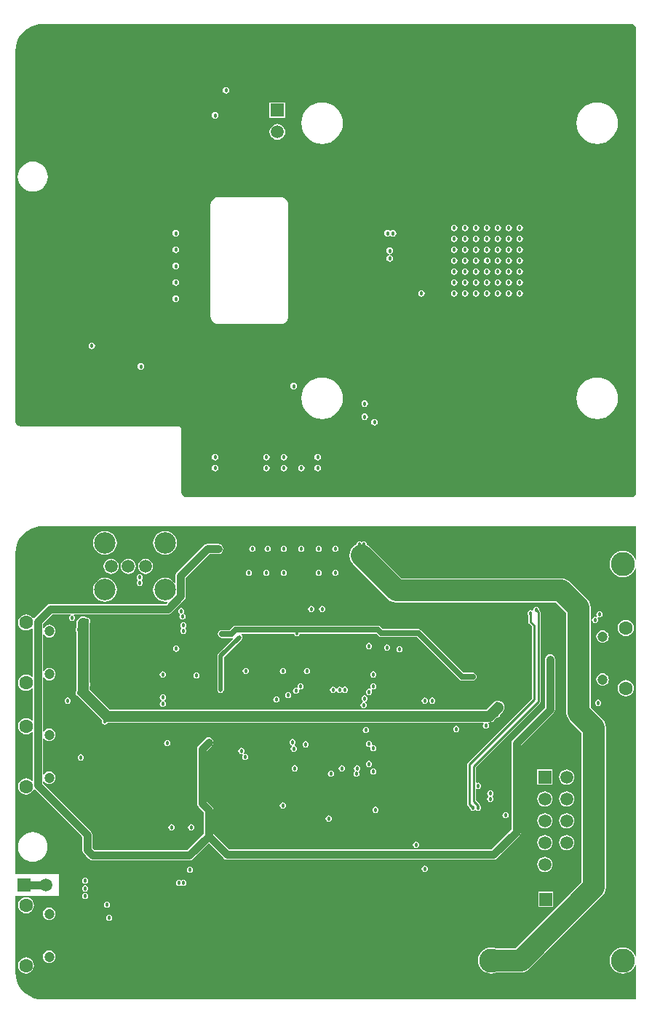
<source format=gbr>
%FSDAX24Y24*%
%MOIN*%
%SFA1B1*%

%IPPOS*%
%ADD42C,0.010000*%
%ADD43C,0.050000*%
%ADD44C,0.100000*%
%ADD46C,0.020000*%
%ADD48C,0.035000*%
%ADD50C,0.025000*%
%ADD66R,0.059100X0.059100*%
%ADD67C,0.059100*%
%ADD68C,0.098400*%
%ADD69C,0.110200*%
%ADD70R,0.059100X0.059100*%
%ADD71C,0.063000*%
%ADD72C,0.047200*%
%ADD73C,0.018000*%
%ADD74C,0.027000*%
%ADD75C,0.075000*%
%ADD76C,0.150000*%
%LNarray-1*%
%LPD*%
G36*
X011400Y031842D02*
X038592D01*
Y030305*
X038542Y030297*
X038532Y030331*
X038476Y030436*
X038401Y030527*
X038309Y030602*
X038205Y030658*
X038091Y030692*
X037974Y030704*
X037856Y030692*
X037742Y030658*
X037638Y030602*
X037546Y030527*
X037471Y030436*
X037416Y030331*
X037381Y030218*
X037370Y030100*
X037381Y029982*
X037416Y029869*
X037471Y029764*
X037546Y029673*
X037638Y029598*
X037742Y029542*
X037856Y029508*
X037974Y029496*
X038091Y029508*
X038205Y029542*
X038309Y029598*
X038401Y029673*
X038476Y029764*
X038532Y029869*
X038542Y029903*
X038592Y029895*
Y012155*
X038542Y012147*
X038532Y012181*
X038476Y012286*
X038401Y012377*
X038309Y012452*
X038205Y012508*
X038091Y012542*
X037974Y012554*
X037856Y012542*
X037742Y012508*
X037638Y012452*
X037546Y012377*
X037471Y012286*
X037416Y012181*
X037381Y012068*
X037370Y011950*
X037381Y011832*
X037416Y011719*
X037471Y011614*
X037546Y011523*
X037638Y011448*
X037742Y011392*
X037856Y011358*
X037974Y011346*
X038091Y011358*
X038205Y011392*
X038309Y011448*
X038401Y011523*
X038476Y011614*
X038532Y011719*
X038542Y011753*
X038592Y011745*
Y010158*
X011400*
X011393Y010157*
X011205Y010171*
X011016Y010217*
X010835Y010292*
X010669Y010394*
X010520Y010520*
X010394Y010669*
X010292Y010835*
X010217Y011016*
X010171Y011205*
X010157Y011393*
X010158Y011400*
Y014900*
X012150*
Y015900*
X010158*
Y030600*
X010157Y030607*
X010171Y030795*
X010217Y030984*
X010292Y031165*
X010394Y031331*
X010520Y031480*
X010669Y031606*
X010835Y031708*
X011016Y031783*
X011205Y031829*
X011393Y031843*
X011400Y031842*
G37*
G36*
X017906Y033174D02*
X017827Y033227D01*
X017774Y033306*
X017757Y033393*
X017758Y033400*
Y036250*
X017746Y036310*
X017712Y036362*
X017660Y036396*
X017600Y036408*
X010400*
X010393Y036407*
X010306Y036424*
X010227Y036477*
X010174Y036556*
X010157Y036643*
X010158Y036650*
Y053600*
X010157Y053607*
X010171Y053795*
X010217Y053984*
X010292Y054165*
X010394Y054331*
X010520Y054480*
X010669Y054606*
X010835Y054708*
X011016Y054783*
X011205Y054829*
X011393Y054843*
X011400Y054842*
X038350*
X038357Y054843*
X038444Y054826*
X038523Y054773*
X038576Y054694*
X038585Y054647*
X038592Y054600*
Y054551*
Y051850*
Y033400*
X038593Y033393*
X038576Y033306*
X038523Y033227*
X038444Y033174*
X038357Y033157*
X038350Y033158*
X018000*
X017993Y033157*
X017906Y033174*
G37*
%LNarray-2*%
%LPC*%
G36*
X026550Y020743D02*
X026495Y020732D01*
X026449Y020701*
X026418Y020655*
X026407Y020600*
X026418Y020545*
X026449Y020499*
X026495Y020468*
X026550Y020457*
X026605Y020468*
X026651Y020499*
X026682Y020545*
X026693Y020600*
X026682Y020655*
X026651Y020701*
X026605Y020732*
X026550Y020743*
G37*
G36*
X025800Y020893D02*
X025745Y020882D01*
X025699Y020851*
X025668Y020805*
X025657Y020750*
X025668Y020695*
X025688Y020666*
X025699Y020649*
X025677Y020603*
X025674Y020601*
X025643Y020555*
X025632Y020500*
X025643Y020445*
X025674Y020399*
X025720Y020368*
X025775Y020357*
X025829Y020368*
X025876Y020399*
X025907Y020445*
X025918Y020500*
X025907Y020555*
X025887Y020584*
X025876Y020601*
X025897Y020647*
X025901Y020649*
X025932Y020695*
X025943Y020750*
X025932Y020805*
X025901Y020851*
X025855Y020882*
X025800Y020893*
G37*
G36*
X026350Y021093D02*
X026295Y021082D01*
X026249Y021051*
X026218Y021005*
X026207Y020950*
X026218Y020895*
X026249Y020849*
X026295Y020818*
X026350Y020807*
X026405Y020818*
X026451Y020849*
X026482Y020895*
X026493Y020950*
X026482Y021005*
X026451Y021051*
X026405Y021082*
X026350Y021093*
G37*
G36*
X025100Y020893D02*
X025045Y020882D01*
X024999Y020851*
X024968Y020805*
X024957Y020750*
X024968Y020695*
X024999Y020649*
X025045Y020618*
X025100Y020607*
X025155Y020618*
X025201Y020649*
X025232Y020695*
X025243Y020750*
X025232Y020805*
X025201Y020851*
X025155Y020882*
X025100Y020893*
G37*
G36*
X022950D02*
X022895Y020882D01*
X022849Y020851*
X022818Y020805*
X022807Y020750*
X022818Y020695*
X022849Y020649*
X022895Y020618*
X022950Y020607*
X023005Y020618*
X023051Y020649*
X023082Y020695*
X023093Y020750*
X023082Y020805*
X023051Y020851*
X023005Y020882*
X022950Y020893*
G37*
G36*
X024600Y020643D02*
X024545Y020632D01*
X024499Y020601*
X024468Y020555*
X024457Y020500*
X024468Y020445*
X024499Y020399*
X024545Y020368*
X024600Y020357*
X024655Y020368*
X024701Y020399*
X024732Y020445*
X024743Y020500*
X024732Y020555*
X024701Y020601*
X024655Y020632*
X024600Y020643*
G37*
G36*
X035400Y019698D02*
X035310Y019686D01*
X035226Y019652*
X035154Y019596*
X035098Y019524*
X035064Y019440*
X035052Y019350*
X035064Y019260*
X035098Y019176*
X035154Y019104*
X035226Y019048*
X035310Y019014*
X035400Y019002*
X035490Y019014*
X035574Y019048*
X035646Y019104*
X035702Y019176*
X035736Y019260*
X035748Y019350*
X035736Y019440*
X035702Y019524*
X035646Y019596*
X035574Y019652*
X035490Y019686*
X035400Y019698*
G37*
G36*
X034400D02*
X034310Y019686D01*
X034226Y019652*
X034154Y019596*
X034098Y019524*
X034064Y019440*
X034052Y019350*
X034064Y019260*
X034098Y019176*
X034154Y019104*
X034226Y019048*
X034310Y019014*
X034400Y019002*
X034490Y019014*
X034574Y019048*
X034646Y019104*
X034702Y019176*
X034736Y019260*
X034748Y019350*
X034736Y019440*
X034702Y019524*
X034646Y019596*
X034574Y019652*
X034490Y019686*
X034400Y019698*
G37*
G36*
X022400Y019193D02*
X022345Y019182D01*
X022299Y019151*
X022268Y019105*
X022257Y019050*
X022268Y018995*
X022299Y018949*
X022345Y018918*
X022400Y018907*
X022455Y018918*
X022501Y018949*
X022532Y018995*
X022543Y019050*
X022532Y019105*
X022501Y019151*
X022455Y019182*
X022400Y019193*
G37*
G36*
X034745Y020695D02*
X034055D01*
Y020005*
X034745*
Y020695*
G37*
G36*
X035400Y020698D02*
X035310Y020686D01*
X035226Y020652*
X035154Y020596*
X035098Y020524*
X035064Y020440*
X035052Y020350*
X035064Y020260*
X035098Y020176*
X035154Y020104*
X035226Y020048*
X035310Y020014*
X035400Y020002*
X035490Y020014*
X035574Y020048*
X035646Y020104*
X035702Y020176*
X035736Y020260*
X035748Y020350*
X035736Y020440*
X035702Y020524*
X035646Y020596*
X035574Y020652*
X035490Y020686*
X035400Y020698*
G37*
G36*
X031900Y019743D02*
X031845Y019732D01*
X031799Y019701*
X031768Y019655*
X031757Y019600*
X031768Y019545*
X031799Y019499*
Y019451*
X031768Y019405*
X031757Y019350*
X031768Y019295*
X031799Y019249*
X031845Y019218*
X031900Y019207*
X031955Y019218*
X032001Y019249*
X032032Y019295*
X032043Y019350*
X032032Y019405*
X032001Y019451*
Y019499*
X032032Y019545*
X032043Y019600*
X032032Y019655*
X032001Y019701*
X031955Y019732*
X031900Y019743*
G37*
G36*
X013250Y027703D02*
X013172Y027692D01*
X013099Y027662*
X013036Y027614*
X012988Y027551*
X012958Y027478*
X012947Y027400*
Y027198*
X012918Y027155*
X012907Y027100*
X012918Y027045*
X012947Y027002*
Y024400*
Y024298*
X012918Y024255*
X012907Y024200*
X012918Y024145*
X012949Y024099*
X012995Y024068*
X013014Y024064*
X013036Y024036*
X014118Y022954*
X014107Y022899*
X014118Y022845*
X014149Y022798*
X014195Y022767*
X014250Y022756*
X014305Y022767*
X014351Y022798*
X014382Y022845*
Y022847*
X031579*
X031593Y022816*
X031597Y022797*
X031568Y022755*
X031557Y022700*
X031568Y022645*
X031599Y022599*
X031645Y022568*
X031700Y022557*
X031755Y022568*
X031801Y022599*
X031832Y022645*
X031843Y022700*
X031832Y022755*
X031803Y022797*
X031807Y022816*
X031821Y022847*
X031850*
X031928Y022858*
X032001Y022888*
X032064Y022936*
X032188Y023060*
X032200Y023057*
X032255Y023068*
X032301Y023099*
X032332Y023145*
X032343Y023200*
X032340Y023212*
X032464Y023336*
X032512Y023399*
X032542Y023472*
X032553Y023550*
X032542Y023628*
X032512Y023701*
X032464Y023764*
X032401Y023812*
X032328Y023842*
X032250Y023853*
X032172Y023842*
X032148Y023832*
X032145*
X032143Y023831*
X032099Y023812*
X032036Y023764*
X031725Y023453*
X014475*
X013553Y024375*
Y024502*
X013582Y024545*
X013593Y024600*
X013582Y024655*
X013553Y024698*
Y027300*
Y027400*
X013552Y027401*
X013582Y027445*
X013593Y027500*
X013582Y027555*
X013551Y027601*
X013505Y027632*
X013450Y027643*
X013431Y027639*
X013401Y027662*
X013328Y027692*
X013250Y027703*
G37*
G36*
X030350Y022693D02*
X030295Y022682D01*
X030249Y022651*
X030218Y022605*
X030207Y022550*
X030218Y022495*
X030249Y022449*
X030295Y022418*
X030350Y022407*
X030405Y022418*
X030451Y022449*
X030482Y022495*
X030493Y022550*
X030482Y022605*
X030451Y022651*
X030405Y022682*
X030350Y022693*
G37*
G36*
X026200Y022643D02*
X026145Y022632D01*
X026099Y022601*
X026068Y022555*
X026057Y022500*
X026068Y022445*
X026099Y022399*
X026145Y022368*
X026200Y022357*
X026255Y022368*
X026301Y022399*
X026332Y022445*
X026343Y022500*
X026332Y022555*
X026301Y022601*
X026255Y022632*
X026200Y022643*
G37*
G36*
X036850Y023893D02*
X036795Y023882D01*
X036749Y023851*
X036718Y023805*
X036707Y023750*
X036718Y023695*
X036749Y023649*
X036795Y023618*
X036850Y023607*
X036905Y023618*
X036951Y023649*
X036982Y023695*
X036993Y023750*
X036982Y023805*
X036951Y023851*
X036905Y023882*
X036850Y023893*
G37*
G36*
X016900Y024143D02*
X016845Y024132D01*
X016799Y024101*
X016768Y024055*
X016757Y024000*
X016768Y023945*
X016799Y023899*
X016831Y023878*
X016833Y023872*
Y023828*
X016831Y023822*
X016799Y023801*
X016768Y023755*
X016757Y023700*
X016768Y023645*
X016799Y023599*
X016845Y023568*
X016900Y023557*
X016955Y023568*
X017001Y023599*
X017032Y023645*
X017043Y023700*
X017032Y023755*
X017001Y023801*
X016969Y023822*
X016967Y023828*
Y023872*
X016969Y023878*
X017001Y023899*
X017032Y023945*
X017043Y024000*
X017032Y024055*
X017001Y024101*
X016955Y024132*
X016900Y024143*
G37*
G36*
X026150Y024093D02*
X026095Y024082D01*
X026049Y024051*
X026018Y024005*
X026007Y023950*
X026018Y023895*
X026049Y023849*
X026067Y023837*
X026056Y023784*
X026045Y023782*
X025999Y023751*
X025968Y023705*
X025957Y023650*
X025968Y023595*
X025999Y023549*
X026045Y023518*
X026100Y023507*
X026155Y023518*
X026201Y023549*
X026232Y023595*
X026243Y023650*
X026232Y023705*
X026201Y023751*
X026183Y023763*
X026194Y023816*
X026205Y023818*
X026251Y023849*
X026282Y023895*
X026293Y023950*
X026282Y024005*
X026251Y024051*
X026205Y024082*
X026150Y024093*
G37*
G36*
X022850Y022093D02*
X022795Y022082D01*
X022749Y022051*
X022718Y022005*
X022707Y021950*
X022718Y021895*
X022749Y021849*
X022795Y021818*
X022806Y021816*
X022817Y021763*
X022799Y021751*
X022768Y021705*
X022757Y021650*
X022768Y021595*
X022799Y021549*
X022845Y021518*
X022900Y021507*
X022955Y021518*
X023001Y021549*
X023032Y021595*
X023043Y021650*
X023032Y021705*
X023001Y021751*
X022955Y021782*
X022944Y021784*
X022933Y021837*
X022951Y021849*
X022982Y021895*
X022993Y021950*
X022982Y022005*
X022951Y022051*
X022905Y022082*
X022850Y022093*
G37*
G36*
X020500Y021693D02*
X020445Y021682D01*
X020399Y021651*
X020368Y021605*
X020357Y021550*
X020368Y021495*
X020399Y021449*
X020445Y021418*
X020500Y021407*
X020545Y021416*
X020570Y021382*
X020571Y021380*
X020573Y021375*
X020543Y021330*
X020532Y021275*
X020543Y021221*
X020574Y021174*
X020620Y021143*
X020675Y021132*
X020729Y021143*
X020776Y021174*
X020807Y021221*
X020818Y021275*
X020807Y021330*
X020776Y021376*
X020729Y021407*
X020675Y021418*
X020630Y021409*
X020605Y021443*
X020604Y021445*
X020602Y021451*
X020632Y021495*
X020643Y021550*
X020632Y021605*
X020601Y021651*
X020555Y021682*
X020500Y021693*
G37*
G36*
X013150Y021393D02*
X013095Y021382D01*
X013049Y021351*
X013018Y021305*
X013007Y021250*
X013018Y021195*
X013049Y021149*
X013095Y021118*
X013150Y021107*
X013205Y021118*
X013251Y021149*
X013282Y021195*
X013293Y021250*
X013282Y021305*
X013251Y021351*
X013205Y021382*
X013150Y021393*
G37*
G36*
X017100Y022043D02*
X017045Y022032D01*
X016999Y022001*
X016968Y021955*
X016957Y021900*
X016968Y021845*
X016999Y021799*
X017045Y021768*
X017100Y021757*
X017155Y021768*
X017201Y021799*
X017232Y021845*
X017243Y021900*
X017232Y021955*
X017201Y022001*
X017155Y022032*
X017100Y022043*
G37*
G36*
X023450Y021993D02*
X023395Y021982D01*
X023349Y021951*
X023318Y021905*
X023307Y021850*
X023318Y021795*
X023349Y021749*
X023395Y021718*
X023450Y021707*
X023505Y021718*
X023551Y021749*
X023582Y021795*
X023593Y021850*
X023582Y021905*
X023551Y021951*
X023505Y021982*
X023450Y021993*
G37*
G36*
X026350Y022008D02*
X026295Y021998D01*
X026249Y021967*
X026218Y021920*
X026207Y021866*
X026218Y021811*
X026249Y021765*
X026295Y021734*
X026350Y021723*
X026368Y021727*
X026410Y021684*
X026407Y021669*
X026418Y021614*
X026449Y021568*
X026495Y021537*
X026550Y021526*
X026605Y021537*
X026651Y021568*
X026682Y021614*
X026693Y021669*
X026682Y021724*
X026651Y021770*
X026605Y021801*
X026550Y021812*
X026532Y021808*
X026490Y021851*
X026493Y021866*
X026482Y021920*
X026451Y021967*
X026405Y021998*
X026350Y022008*
G37*
G36*
X026650Y018993D02*
X026595Y018982D01*
X026549Y018951*
X026518Y018905*
X026507Y018850*
X026518Y018795*
X026549Y018749*
X026595Y018718*
X026650Y018707*
X026705Y018718*
X026751Y018749*
X026782Y018795*
X026793Y018850*
X026782Y018905*
X026751Y018951*
X026705Y018982*
X026650Y018993*
G37*
G36*
X013350Y015393D02*
X013295Y015382D01*
X013249Y015351*
X013218Y015305*
X013207Y015250*
X013218Y015195*
X013249Y015149*
X013295Y015118*
X013350Y015107*
X013405Y015118*
X013451Y015149*
X013482Y015195*
X013493Y015250*
X013482Y015305*
X013451Y015351*
X013405Y015382*
X013350Y015393*
G37*
G36*
Y015043D02*
X013295Y015032D01*
X013249Y015001*
X013218Y014955*
X013207Y014900*
X013218Y014845*
X013249Y014799*
X013295Y014768*
X013350Y014757*
X013405Y014768*
X013451Y014799*
X013482Y014845*
X013493Y014900*
X013482Y014955*
X013451Y015001*
X013405Y015032*
X013350Y015043*
G37*
G36*
X034795Y015095D02*
X034105D01*
Y014405*
X034795*
Y015095*
G37*
G36*
X018150Y016243D02*
X018095Y016232D01*
X018049Y016201*
X018018Y016155*
X018007Y016100*
X018018Y016045*
X018049Y015999*
X018095Y015968*
X018150Y015957*
X018205Y015968*
X018251Y015999*
X018282Y016045*
X018293Y016100*
X018282Y016155*
X018251Y016201*
X018205Y016232*
X018150Y016243*
G37*
G36*
X017850Y015643D02*
X017795Y015632D01*
X017750Y015602*
X017705Y015632*
X017650Y015643*
X017595Y015632*
X017549Y015601*
X017518Y015555*
X017507Y015500*
X017518Y015445*
X017549Y015399*
X017595Y015368*
X017650Y015357*
X017705Y015368*
X017750Y015398*
X017795Y015368*
X017850Y015357*
X017905Y015368*
X017951Y015399*
X017982Y015445*
X017993Y015500*
X017982Y015555*
X017951Y015601*
X017905Y015632*
X017850Y015643*
G37*
G36*
X013350Y015743D02*
X013295Y015732D01*
X013249Y015701*
X013218Y015655*
X013207Y015600*
X013218Y015545*
X013249Y015499*
X013295Y015468*
X013350Y015457*
X013405Y015468*
X013451Y015499*
X013482Y015545*
X013493Y015600*
X013482Y015655*
X013451Y015701*
X013405Y015732*
X013350Y015743*
G37*
G36*
X014450Y014043D02*
X014395Y014032D01*
X014349Y014001*
X014318Y013955*
X014307Y013900*
X014318Y013845*
X014349Y013799*
X014395Y013768*
X014450Y013757*
X014505Y013768*
X014551Y013799*
X014582Y013845*
X014593Y013900*
X014582Y013955*
X014551Y014001*
X014505Y014032*
X014450Y014043*
G37*
G36*
X011700Y012404D02*
X011625Y012395D01*
X011556Y012366*
X011496Y012320*
X011450Y012260*
X011421Y012190*
X011411Y012116*
X011421Y012041*
X011450Y011971*
X011496Y011912*
X011556Y011866*
X011625Y011837*
X011700Y011827*
X011775Y011837*
X011844Y011866*
X011904Y011912*
X011950Y011971*
X011979Y012041*
X011989Y012116*
X011979Y012190*
X011950Y012260*
X011904Y012320*
X011844Y012366*
X011775Y012395*
X011700Y012404*
G37*
G36*
X010637Y012090D02*
X010542Y012078D01*
X010453Y012041*
X010377Y011982*
X010318Y011906*
X010281Y011817*
X010269Y011722*
X010281Y011627*
X010318Y011538*
X010377Y011462*
X010453Y011403*
X010542Y011366*
X010637Y011354*
X010732Y011366*
X010821Y011403*
X010897Y011462*
X010956Y011538*
X010993Y011627*
X011005Y011722*
X010993Y011817*
X010956Y011906*
X010897Y011982*
X010821Y012041*
X010732Y012078*
X010637Y012090*
G37*
G36*
X014350Y014643D02*
X014295Y014632D01*
X014249Y014601*
X014218Y014555*
X014207Y014500*
X014218Y014445*
X014249Y014399*
X014295Y014368*
X014350Y014357*
X014405Y014368*
X014451Y014399*
X014482Y014445*
X014493Y014500*
X014482Y014555*
X014451Y014601*
X014405Y014632*
X014350Y014643*
G37*
G36*
X010637Y014846D02*
X010542Y014834D01*
X010453Y014797*
X010377Y014738*
X010318Y014662*
X010281Y014573*
X010269Y014478*
X010281Y014383*
X010318Y014294*
X010377Y014218*
X010453Y014159*
X010542Y014122*
X010637Y014110*
X010732Y014122*
X010821Y014159*
X010897Y014218*
X010956Y014294*
X010993Y014383*
X011005Y014478*
X010993Y014573*
X010956Y014662*
X010897Y014738*
X010821Y014797*
X010732Y014834*
X010637Y014846*
G37*
G36*
X011700Y014373D02*
X011625Y014363D01*
X011556Y014334*
X011496Y014288*
X011450Y014229*
X011421Y014159*
X011411Y014084*
X011421Y014010*
X011450Y013940*
X011496Y013880*
X011556Y013834*
X011625Y013805*
X011700Y013796*
X011775Y013805*
X011844Y013834*
X011904Y013880*
X011950Y013940*
X011979Y014010*
X011989Y014084*
X011979Y014159*
X011950Y014229*
X011904Y014288*
X011844Y014334*
X011775Y014363*
X011700Y014373*
G37*
G36*
X034400Y018698D02*
X034310Y018686D01*
X034226Y018652*
X034154Y018596*
X034098Y018524*
X034064Y018440*
X034052Y018350*
X034064Y018260*
X034098Y018176*
X034154Y018104*
X034226Y018048*
X034310Y018014*
X034400Y018002*
X034490Y018014*
X034574Y018048*
X034646Y018104*
X034702Y018176*
X034736Y018260*
X034748Y018350*
X034736Y018440*
X034702Y018524*
X034646Y018596*
X034574Y018652*
X034490Y018686*
X034400Y018698*
G37*
G36*
X018200Y018193D02*
X018145Y018182D01*
X018099Y018151*
X018068Y018105*
X018057Y018050*
X018068Y017995*
X018099Y017949*
X018145Y017918*
X018200Y017907*
X018255Y017918*
X018301Y017949*
X018332Y017995*
X018343Y018050*
X018332Y018105*
X018301Y018151*
X018255Y018182*
X018200Y018193*
G37*
G36*
X017300D02*
X017245Y018182D01*
X017199Y018151*
X017168Y018105*
X017157Y018050*
X017168Y017995*
X017199Y017949*
X017245Y017918*
X017300Y017907*
X017355Y017918*
X017401Y017949*
X017432Y017995*
X017443Y018050*
X017432Y018105*
X017401Y018151*
X017355Y018182*
X017300Y018193*
G37*
G36*
X032600Y018743D02*
X032545Y018732D01*
X032499Y018701*
X032468Y018655*
X032457Y018600*
X032468Y018545*
X032499Y018499*
X032545Y018468*
X032600Y018457*
X032655Y018468*
X032701Y018499*
X032732Y018545*
X032743Y018600*
X032732Y018655*
X032701Y018701*
X032655Y018732*
X032600Y018743*
G37*
G36*
X024500Y018593D02*
X024445Y018582D01*
X024399Y018551*
X024368Y018505*
X024357Y018450*
X024368Y018395*
X024399Y018349*
X024445Y018318*
X024500Y018307*
X024555Y018318*
X024601Y018349*
X024632Y018395*
X024643Y018450*
X024632Y018505*
X024601Y018551*
X024555Y018582*
X024500Y018593*
G37*
G36*
X035400Y018698D02*
X035310Y018686D01*
X035226Y018652*
X035154Y018596*
X035098Y018524*
X035064Y018440*
X035052Y018350*
X035064Y018260*
X035098Y018176*
X035154Y018104*
X035226Y018048*
X035310Y018014*
X035400Y018002*
X035490Y018014*
X035574Y018048*
X035646Y018104*
X035702Y018176*
X035736Y018260*
X035748Y018350*
X035736Y018440*
X035702Y018524*
X035646Y018596*
X035574Y018652*
X035490Y018686*
X035400Y018698*
G37*
G36*
X010950Y017828D02*
X010818Y017815D01*
X010690Y017777*
X010573Y017714*
X010470Y017630*
X010386Y017527*
X010323Y017410*
X010285Y017282*
X010272Y017150*
X010285Y017018*
X010323Y016890*
X010386Y016773*
X010470Y016670*
X010573Y016586*
X010690Y016523*
X010818Y016485*
X010950Y016472*
X011082Y016485*
X011210Y016523*
X011327Y016586*
X011430Y016670*
X011514Y016773*
X011577Y016890*
X011615Y017018*
X011628Y017150*
X011615Y017282*
X011577Y017410*
X011514Y017527*
X011430Y017630*
X011327Y017714*
X011210Y017777*
X011082Y017815*
X010950Y017828*
G37*
G36*
X028900Y016293D02*
X028845Y016282D01*
X028799Y016251*
X028768Y016205*
X028757Y016150*
X028768Y016095*
X028799Y016049*
X028845Y016018*
X028900Y016007*
X028955Y016018*
X029001Y016049*
X029032Y016095*
X029043Y016150*
X029032Y016205*
X029001Y016251*
X028955Y016282*
X028900Y016293*
G37*
G36*
X034400Y016698D02*
X034310Y016686D01*
X034226Y016652*
X034154Y016596*
X034098Y016524*
X034064Y016440*
X034052Y016350*
X034064Y016260*
X034098Y016176*
X034154Y016104*
X034226Y016048*
X034310Y016014*
X034400Y016002*
X034490Y016014*
X034574Y016048*
X034646Y016104*
X034702Y016176*
X034736Y016260*
X034748Y016350*
X034736Y016440*
X034702Y016524*
X034646Y016596*
X034574Y016652*
X034490Y016686*
X034400Y016698*
G37*
G36*
X028500Y017393D02*
X028445Y017382D01*
X028399Y017351*
X028368Y017305*
X028357Y017250*
X028368Y017195*
X028399Y017149*
X028445Y017118*
X028500Y017107*
X028555Y017118*
X028601Y017149*
X028632Y017195*
X028643Y017250*
X028632Y017305*
X028601Y017351*
X028555Y017382*
X028500Y017393*
G37*
G36*
X035400Y017698D02*
X035310Y017686D01*
X035226Y017652*
X035154Y017596*
X035098Y017524*
X035064Y017440*
X035052Y017350*
X035064Y017260*
X035098Y017176*
X035154Y017104*
X035226Y017048*
X035310Y017014*
X035400Y017002*
X035490Y017014*
X035574Y017048*
X035646Y017104*
X035702Y017176*
X035736Y017260*
X035748Y017350*
X035736Y017440*
X035702Y017524*
X035646Y017596*
X035574Y017652*
X035490Y017686*
X035400Y017698*
G37*
G36*
X034400D02*
X034310Y017686D01*
X034226Y017652*
X034154Y017596*
X034098Y017524*
X034064Y017440*
X034052Y017350*
X034064Y017260*
X034098Y017176*
X034154Y017104*
X034226Y017048*
X034310Y017014*
X034400Y017002*
X034490Y017014*
X034574Y017048*
X034646Y017104*
X034702Y017176*
X034736Y017260*
X034748Y017350*
X034736Y017440*
X034702Y017524*
X034646Y017596*
X034574Y017652*
X034490Y017686*
X034400Y017698*
G37*
G36*
X021650Y029843D02*
X021595Y029832D01*
X021549Y029801*
X021518Y029755*
X021507Y029700*
X021518Y029645*
X021549Y029599*
X021595Y029568*
X021650Y029557*
X021705Y029568*
X021751Y029599*
X021782Y029645*
X021793Y029700*
X021782Y029755*
X021751Y029801*
X021705Y029832*
X021650Y029843*
G37*
G36*
X020850D02*
X020795Y029832D01*
X020749Y029801*
X020718Y029755*
X020707Y029700*
X020718Y029645*
X020749Y029599*
X020795Y029568*
X020850Y029557*
X020905Y029568*
X020951Y029599*
X020982Y029645*
X020993Y029700*
X020982Y029755*
X020951Y029801*
X020905Y029832*
X020850Y029843*
G37*
G36*
X019450Y031029D02*
X018950D01*
X018862Y031012*
X018788Y030962*
X017561Y029735*
X017511Y029661*
X017494Y029573*
Y029266*
X017444Y029249*
X017393Y029316*
X017279Y029403*
X017147Y029457*
X017006Y029476*
X016864Y029457*
X016732Y029403*
X016619Y029316*
X016532Y029203*
X016478Y029071*
X016459Y028929*
X016478Y028788*
X016532Y028656*
X016619Y028542*
X016732Y028456*
X016864Y028401*
X017006Y028382*
X017100Y028395*
X017123Y028347*
X017055Y028279*
X011750*
X011662Y028262*
X011588Y028212*
X011015Y027639*
X011002Y027620*
X010945Y027625*
X010897Y027688*
X010821Y027747*
X010732Y027784*
X010637Y027796*
X010542Y027784*
X010453Y027747*
X010377Y027688*
X010318Y027612*
X010281Y027523*
X010269Y027428*
X010281Y027333*
X010318Y027244*
X010377Y027168*
X010453Y027109*
X010542Y027072*
X010637Y027060*
X010732Y027072*
X010821Y027109*
X010897Y027168*
X010900Y027171*
X010948Y027155*
Y024945*
X010900Y024929*
X010897Y024932*
X010821Y024991*
X010732Y025028*
X010637Y025040*
X010542Y025028*
X010453Y024991*
X010377Y024932*
X010318Y024856*
X010281Y024767*
X010269Y024672*
X010281Y024577*
X010318Y024488*
X010377Y024412*
X010453Y024353*
X010542Y024316*
X010637Y024304*
X010732Y024316*
X010821Y024353*
X010897Y024412*
X010900Y024416*
X010948Y024399*
Y022951*
X010900Y022934*
X010897Y022938*
X010821Y022997*
X010732Y023034*
X010637Y023046*
X010542Y023034*
X010453Y022997*
X010377Y022938*
X010318Y022862*
X010281Y022773*
X010269Y022678*
X010281Y022583*
X010318Y022494*
X010377Y022418*
X010453Y022359*
X010542Y022322*
X010637Y022310*
X010732Y022322*
X010821Y022359*
X010897Y022418*
X010900Y022421*
X010948Y022405*
Y020195*
X010900Y020179*
X010897Y020182*
X010821Y020241*
X010732Y020278*
X010637Y020290*
X010542Y020278*
X010453Y020241*
X010377Y020182*
X010318Y020106*
X010281Y020017*
X010269Y019922*
X010281Y019827*
X010318Y019738*
X010377Y019662*
X010453Y019603*
X010542Y019566*
X010637Y019554*
X010732Y019566*
X010821Y019603*
X010897Y019662*
X010956Y019738*
X010974Y019782*
X010979Y019786*
X011033Y019793*
X013221Y017605*
Y017000*
X013238Y016912*
X013288Y016838*
X013365Y016760*
X013368Y016745*
X013399Y016699*
X013445Y016668*
X013460Y016665*
X013523Y016603*
X013597Y016553*
X013685Y016536*
X018115*
X018203Y016553*
X018277Y016603*
X019000Y017326*
X019688Y016638*
X019762Y016588*
X019850Y016571*
X032050*
X032138Y016588*
X032212Y016638*
X033262Y017688*
X033312Y017762*
X033329Y017850*
Y021805*
X034812Y023288*
X034862Y023362*
X034879Y023450*
Y025750*
X034862Y025838*
X034812Y025912*
X034738Y025962*
X034650Y025979*
X034562Y025962*
X034488Y025912*
X034438Y025838*
X034421Y025750*
Y023545*
X032938Y022062*
X032888Y021988*
X032871Y021900*
Y017945*
X031955Y017029*
X019945*
X019229Y017745*
Y017900*
Y018850*
X019212Y018938*
X019162Y019012*
X018929Y019245*
Y021555*
X019162Y021788*
X019212Y021862*
X019229Y021950*
X019212Y022038*
X019162Y022112*
X019088Y022162*
X019000Y022179*
X018912Y022162*
X018838Y022112*
X018538Y021812*
X018488Y021738*
X018471Y021650*
Y019150*
X018488Y019062*
X018538Y018988*
X018771Y018755*
Y017900*
Y017745*
X018020Y016994*
X013780*
X013679Y017095*
Y017700*
X013662Y017788*
X013612Y017862*
X011406Y020068*
Y020150*
X011423Y020158*
X011456Y020163*
X011496Y020112*
X011556Y020066*
X011625Y020037*
X011700Y020027*
X011775Y020037*
X011844Y020066*
X011904Y020112*
X011950Y020171*
X011979Y020241*
X011989Y020316*
X011979Y020390*
X011950Y020460*
X011904Y020520*
X011844Y020566*
X011775Y020595*
X011700Y020604*
X011625Y020595*
X011556Y020566*
X011496Y020520*
X011456Y020468*
X011423Y020473*
X011406Y020482*
Y022118*
X011423Y022127*
X011456Y022132*
X011496Y022080*
X011556Y022034*
X011625Y022005*
X011700Y021996*
X011775Y022005*
X011844Y022034*
X011904Y022080*
X011950Y022140*
X011979Y022210*
X011989Y022284*
X011979Y022359*
X011950Y022429*
X011904Y022488*
X011844Y022534*
X011775Y022563*
X011700Y022573*
X011625Y022563*
X011556Y022534*
X011496Y022488*
X011456Y022437*
X011423Y022442*
X011406Y022450*
Y024900*
X011423Y024908*
X011456Y024913*
X011496Y024862*
X011556Y024816*
X011625Y024787*
X011700Y024777*
X011775Y024787*
X011844Y024816*
X011904Y024862*
X011950Y024921*
X011979Y024991*
X011989Y025066*
X011979Y025140*
X011950Y025210*
X011904Y025270*
X011844Y025316*
X011775Y025345*
X011700Y025354*
X011625Y025345*
X011556Y025316*
X011496Y025270*
X011456Y025218*
X011423Y025223*
X011406Y025232*
Y026868*
X011423Y026877*
X011456Y026882*
X011496Y026830*
X011556Y026784*
X011625Y026755*
X011700Y026746*
X011775Y026755*
X011844Y026784*
X011904Y026830*
X011950Y026890*
X011979Y026960*
X011989Y027034*
X011979Y027109*
X011950Y027179*
X011904Y027238*
X011844Y027284*
X011775Y027313*
X011700Y027323*
X011625Y027313*
X011556Y027284*
X011496Y027238*
X011456Y027187*
X011423Y027192*
X011406Y027200*
Y027382*
X011845Y027821*
X012663*
X012678Y027771*
X012649Y027751*
X012618Y027705*
X012607Y027650*
X012618Y027595*
X012649Y027549*
X012695Y027518*
X012750Y027507*
X012805Y027518*
X012851Y027549*
X012882Y027595*
X012893Y027650*
X012882Y027705*
X012851Y027751*
X012822Y027771*
X012837Y027821*
X017150*
X017238Y027838*
X017312Y027888*
X017885Y028461*
X017935Y028535*
X017952Y028623*
Y029478*
X019045Y030571*
X019450*
X019538Y030588*
X019612Y030638*
X019662Y030712*
X019679Y030800*
X019662Y030888*
X019612Y030962*
X019538Y031012*
X019450Y031029*
G37*
G36*
X024800Y029843D02*
X024745Y029832D01*
X024699Y029801*
X024668Y029755*
X024657Y029700*
X024668Y029645*
X024699Y029599*
X024745Y029568*
X024800Y029557*
X024855Y029568*
X024901Y029599*
X024932Y029645*
X024943Y029700*
X024932Y029755*
X024901Y029801*
X024855Y029832*
X024800Y029843*
G37*
G36*
X024050D02*
X023995Y029832D01*
X023949Y029801*
X023918Y029755*
X023907Y029700*
X023918Y029645*
X023949Y029599*
X023995Y029568*
X024050Y029557*
X024105Y029568*
X024151Y029599*
X024182Y029645*
X024193Y029700*
X024182Y029755*
X024151Y029801*
X024105Y029832*
X024050Y029843*
G37*
G36*
X022450D02*
X022395Y029832D01*
X022349Y029801*
X022318Y029755*
X022307Y029700*
X022318Y029645*
X022349Y029599*
X022395Y029568*
X022450Y029557*
X022505Y029568*
X022551Y029599*
X022582Y029645*
X022593Y029700*
X022582Y029755*
X022551Y029801*
X022505Y029832*
X022450Y029843*
G37*
G36*
X024200Y028193D02*
X024145Y028182D01*
X024099Y028151*
X024068Y028105*
X024057Y028050*
X024068Y027995*
X024099Y027949*
X024145Y027918*
X024200Y027907*
X024255Y027918*
X024301Y027949*
X024332Y027995*
X024343Y028050*
X024332Y028105*
X024301Y028151*
X024255Y028182*
X024200Y028193*
G37*
G36*
X023700D02*
X023645Y028182D01*
X023599Y028151*
X023568Y028105*
X023557Y028050*
X023568Y027995*
X023599Y027949*
X023645Y027918*
X023700Y027907*
X023755Y027918*
X023801Y027949*
X023832Y027995*
X023843Y028050*
X023832Y028105*
X023801Y028151*
X023755Y028182*
X023700Y028193*
G37*
G36*
X036900Y027943D02*
X036845Y027932D01*
X036799Y027901*
X036768Y027855*
X036757Y027800*
X036768Y027745*
X036783Y027723*
X036763Y027693*
X036750Y027683*
X036700Y027693*
X036645Y027682*
X036599Y027651*
X036568Y027605*
X036557Y027550*
X036568Y027495*
X036599Y027449*
X036645Y027418*
X036700Y027407*
X036755Y027418*
X036801Y027449*
X036832Y027495*
X036843Y027550*
X036832Y027605*
X036817Y027627*
X036837Y027657*
X036850Y027667*
X036900Y027657*
X036955Y027668*
X037001Y027699*
X037032Y027745*
X037043Y027800*
X037032Y027855*
X037001Y027901*
X036955Y027932*
X036900Y027943*
G37*
G36*
X015850Y029643D02*
X015795Y029632D01*
X015749Y029601*
X015718Y029555*
X015707Y029500*
X015718Y029445*
X015749Y029399*
Y029351*
X015718Y029305*
X015707Y029250*
X015718Y029195*
X015749Y029149*
X015795Y029118*
X015850Y029107*
X015905Y029118*
X015951Y029149*
X015982Y029195*
X015993Y029250*
X015982Y029305*
X015951Y029351*
Y029399*
X015982Y029445*
X015993Y029500*
X015982Y029555*
X015951Y029601*
X015905Y029632*
X015850Y029643*
G37*
G36*
X014250Y029476D02*
X014108Y029457D01*
X013977Y029403*
X013863Y029316*
X013776Y029203*
X013722Y029071*
X013703Y028929*
X013722Y028788*
X013776Y028656*
X013863Y028542*
X013977Y028456*
X014108Y028401*
X014250Y028382*
X014392Y028401*
X014523Y028456*
X014637Y028542*
X014724Y028656*
X014778Y028788*
X014797Y028929*
X014778Y029071*
X014724Y029203*
X014637Y029316*
X014523Y029403*
X014392Y029457*
X014250Y029476*
G37*
G36*
X034000Y028143D02*
X033945Y028132D01*
X033899Y028101*
X033868Y028055*
X033858Y028006*
X033836Y027990*
X033811Y027978*
X033805Y027982*
X033750Y027993*
X033695Y027982*
X033649Y027951*
X033618Y027905*
X033607Y027850*
X033618Y027795*
X033648Y027751*
Y027453*
X033656Y027414*
X033678Y027381*
X033800Y027259*
Y023944*
X030878Y021022*
X030856Y020989*
X030848Y020950*
Y019100*
X030856Y019061*
X030878Y019028*
X030958Y018948*
X030968Y018895*
X030999Y018849*
X031045Y018818*
X031100Y018807*
X031155Y018818*
X031201Y018849*
X031249*
X031295Y018818*
X031350Y018807*
X031405Y018818*
X031451Y018849*
X031482Y018895*
X031493Y018950*
X031482Y019005*
X031452Y019049*
Y019050*
X031444Y019089*
X031422Y019122*
X031252Y019292*
Y019795*
X031277Y019808*
X031302Y019817*
X031350Y019807*
X031405Y019818*
X031451Y019849*
X031482Y019895*
X031493Y019950*
X031482Y020005*
X031451Y020051*
X031405Y020082*
X031350Y020093*
X031302Y020083*
X031277Y020092*
X031252Y020105*
Y020808*
X034172Y023728*
X034194Y023761*
X034202Y023800*
Y027900*
X034194Y027939*
X034172Y027972*
X034142Y028002*
X034132Y028055*
X034101Y028101*
X034055Y028132*
X034000Y028143*
G37*
G36*
X023250Y030943D02*
X023195Y030932D01*
X023149Y030901*
X023118Y030855*
X023107Y030800*
X023118Y030745*
X023149Y030699*
X023195Y030668*
X023250Y030657*
X023305Y030668*
X023351Y030699*
X023382Y030745*
X023393Y030800*
X023382Y030855*
X023351Y030901*
X023305Y030932*
X023250Y030943*
G37*
G36*
X022450D02*
X022395Y030932D01*
X022349Y030901*
X022318Y030855*
X022307Y030800*
X022318Y030745*
X022349Y030699*
X022395Y030668*
X022450Y030657*
X022505Y030668*
X022551Y030699*
X022582Y030745*
X022593Y030800*
X022582Y030855*
X022551Y030901*
X022505Y030932*
X022450Y030943*
G37*
G36*
X021700D02*
X021645Y030932D01*
X021599Y030901*
X021568Y030855*
X021557Y030800*
X021568Y030745*
X021599Y030699*
X021645Y030668*
X021700Y030657*
X021755Y030668*
X021801Y030699*
X021832Y030745*
X021843Y030800*
X021832Y030855*
X021801Y030901*
X021755Y030932*
X021700Y030943*
G37*
G36*
X026100Y031143D02*
X026045Y031132D01*
X026000Y031102*
X025955Y031132*
X025900Y031143*
X025845Y031132*
X025799Y031101*
X025768Y031055*
X025757Y031000*
X025758Y030995*
X025723Y030980*
X025608Y030892*
X025520Y030777*
X025464Y030644*
X025445Y030500*
X025464Y030356*
X025520Y030223*
X025608Y030108*
X027208Y028508*
X027323Y028420*
X027456Y028364*
X027600Y028345*
X034920*
X035395Y027870*
Y023300*
X035414Y023156*
X035470Y023023*
X035558Y022908*
X036095Y022370*
Y015530*
X033070Y012505*
X032187*
X032181Y012508*
X032068Y012542*
X031950Y012554*
X031832Y012542*
X031719Y012508*
X031614Y012452*
X031523Y012377*
X031448Y012286*
X031392Y012181*
X031358Y012068*
X031346Y011950*
X031358Y011832*
X031392Y011719*
X031448Y011614*
X031523Y011523*
X031614Y011448*
X031719Y011392*
X031832Y011358*
X031950Y011346*
X032068Y011358*
X032181Y011392*
X032187Y011395*
X033300*
X033444Y011414*
X033577Y011470*
X033692Y011558*
X037042Y014908*
X037130Y015023*
X037186Y015156*
X037205Y015300*
Y022600*
X037186Y022744*
X037130Y022877*
X037042Y022992*
X036505Y023530*
Y028100*
X036486Y028244*
X036430Y028377*
X036342Y028492*
X035542Y029292*
X035427Y029380*
X035294Y029436*
X035150Y029455*
X027830*
X026392Y030892*
X026277Y030980*
X026242Y030995*
X026243Y031000*
X026232Y031055*
X026201Y031101*
X026155Y031132*
X026100Y031143*
G37*
G36*
X024800Y030943D02*
X024745Y030932D01*
X024699Y030901*
X024668Y030855*
X024657Y030800*
X024668Y030745*
X024699Y030699*
X024745Y030668*
X024800Y030657*
X024855Y030668*
X024901Y030699*
X024932Y030745*
X024943Y030800*
X024932Y030855*
X024901Y030901*
X024855Y030932*
X024800Y030943*
G37*
G36*
X024050D02*
X023995Y030932D01*
X023949Y030901*
X023918Y030855*
X023907Y030800*
X023918Y030745*
X023949Y030699*
X023995Y030668*
X024050Y030657*
X024105Y030668*
X024151Y030699*
X024182Y030745*
X024193Y030800*
X024182Y030855*
X024151Y030901*
X024105Y030932*
X024050Y030943*
G37*
G36*
X016112Y030348D02*
X016022Y030336D01*
X015938Y030302*
X015866Y030246*
X015811Y030174*
X015776Y030090*
X015764Y030000*
X015776Y029910*
X015811Y029826*
X015866Y029754*
X015938Y029698*
X016022Y029664*
X016112Y029652*
X016202Y029664*
X016286Y029698*
X016358Y029754*
X016414Y029826*
X016449Y029910*
X016460Y030000*
X016449Y030090*
X016414Y030174*
X016358Y030246*
X016286Y030302*
X016202Y030336*
X016112Y030348*
G37*
G36*
X015325D02*
X015235Y030336D01*
X015151Y030302*
X015079Y030246*
X015023Y030174*
X014988Y030090*
X014977Y030000*
X014988Y029910*
X015023Y029826*
X015079Y029754*
X015151Y029698*
X015235Y029664*
X015325Y029652*
X015415Y029664*
X015499Y029698*
X015571Y029754*
X015626Y029826*
X015661Y029910*
X015673Y030000*
X015661Y030090*
X015626Y030174*
X015571Y030246*
X015499Y030302*
X015415Y030336*
X015325Y030348*
G37*
G36*
X014537D02*
X014447Y030336D01*
X014363Y030302*
X014291Y030246*
X014236Y030174*
X014201Y030090*
X014189Y030000*
X014201Y029910*
X014236Y029826*
X014291Y029754*
X014363Y029698*
X014447Y029664*
X014537Y029652*
X014628Y029664*
X014712Y029698*
X014784Y029754*
X014839Y029826*
X014874Y029910*
X014886Y030000*
X014874Y030090*
X014839Y030174*
X014784Y030246*
X014712Y030302*
X014628Y030336*
X014537Y030348*
G37*
G36*
X021000Y030943D02*
X020945Y030932D01*
X020899Y030901*
X020868Y030855*
X020857Y030800*
X020868Y030745*
X020899Y030699*
X020945Y030668*
X021000Y030657*
X021055Y030668*
X021101Y030699*
X021132Y030745*
X021143Y030800*
X021132Y030855*
X021101Y030901*
X021055Y030932*
X021000Y030943*
G37*
G36*
X017006Y031618D02*
X016864Y031599D01*
X016732Y031544*
X016619Y031458*
X016532Y031344*
X016478Y031212*
X016459Y031071*
X016478Y030929*
X016532Y030797*
X016619Y030684*
X016732Y030597*
X016864Y030543*
X017006Y030524*
X017147Y030543*
X017279Y030597*
X017393Y030684*
X017479Y030797*
X017534Y030929*
X017553Y031071*
X017534Y031212*
X017479Y031344*
X017393Y031458*
X017279Y031544*
X017147Y031599*
X017006Y031618*
G37*
G36*
X014250D02*
X014108Y031599D01*
X013977Y031544*
X013863Y031458*
X013776Y031344*
X013722Y031212*
X013703Y031071*
X013722Y030929*
X013776Y030797*
X013863Y030684*
X013977Y030597*
X014108Y030543*
X014250Y030524*
X014392Y030543*
X014523Y030597*
X014637Y030684*
X014724Y030797*
X014778Y030929*
X014797Y031071*
X014778Y031212*
X014724Y031344*
X014637Y031458*
X014523Y031544*
X014392Y031599*
X014250Y031618*
G37*
G36*
X017750Y028093D02*
X017695Y028082D01*
X017649Y028051*
X017618Y028005*
X017607Y027950*
X017618Y027895*
X017649Y027849*
X017667Y027837*
X017692Y027809*
X017680Y027773*
X017668Y027755*
X017657Y027700*
X017668Y027645*
X017699Y027599*
X017745Y027568*
X017800Y027557*
X017855Y027568*
X017901Y027599*
X017932Y027645*
X017943Y027700*
X017932Y027755*
X017901Y027801*
X017883Y027813*
X017858Y027841*
X017870Y027877*
X017882Y027895*
X017893Y027950*
X017882Y028005*
X017851Y028051*
X017805Y028082*
X017750Y028093*
G37*
G36*
X025250Y024493D02*
X025195Y024482D01*
X025149Y024451*
X025101*
X025055Y024482*
X025000Y024493*
X024945Y024482*
X024899Y024451*
X024878Y024419*
X024872Y024417*
X024828*
X024822Y024419*
X024801Y024451*
X024755Y024482*
X024700Y024493*
X024645Y024482*
X024599Y024451*
X024568Y024405*
X024557Y024350*
X024568Y024295*
X024599Y024249*
X024645Y024218*
X024700Y024207*
X024755Y024218*
X024801Y024249*
X024822Y024281*
X024828Y024283*
X024872*
X024878Y024281*
X024899Y024249*
X024945Y024218*
X025000Y024207*
X025055Y024218*
X025101Y024249*
X025149*
X025195Y024218*
X025250Y024207*
X025305Y024218*
X025351Y024249*
X025382Y024295*
X025393Y024350*
X025382Y024405*
X025351Y024451*
X025305Y024482*
X025250Y024493*
G37*
G36*
X023216Y024643D02*
X023161Y024632D01*
X023115Y024601*
X023084Y024555*
X023073Y024500*
X023078Y024474*
X023075Y024468*
X023035Y024436*
X023000Y024443*
X022945Y024432*
X022899Y024401*
X022868Y024355*
X022857Y024300*
X022868Y024245*
X022899Y024199*
X022945Y024168*
X023000Y024157*
X023055Y024168*
X023101Y024199*
X023132Y024245*
X023143Y024300*
X023138Y024326*
X023141Y024332*
X023181Y024364*
X023216Y024357*
X023270Y024368*
X023317Y024399*
X023348Y024445*
X023358Y024500*
X023348Y024555*
X023317Y024601*
X023270Y024632*
X023216Y024643*
G37*
G36*
X026550D02*
X026495Y024632D01*
X026449Y024601*
X026418Y024555*
X026407Y024500*
X026418Y024445*
X026433Y024423*
X026413Y024393*
X026400Y024383*
X026350Y024393*
X026295Y024382*
X026249Y024351*
X026218Y024305*
X026207Y024250*
X026218Y024195*
X026249Y024149*
X026295Y024118*
X026350Y024107*
X026405Y024118*
X026451Y024149*
X026482Y024195*
X026493Y024250*
X026482Y024305*
X026467Y024327*
X026487Y024357*
X026500Y024367*
X026550Y024357*
X026605Y024368*
X026651Y024399*
X026682Y024445*
X026693Y024500*
X026682Y024555*
X026651Y024601*
X026605Y024632*
X026550Y024643*
G37*
G36*
X018450Y025143D02*
X018395Y025132D01*
X018349Y025101*
X018318Y025055*
X018307Y025000*
X018318Y024945*
X018349Y024899*
X018395Y024868*
X018450Y024857*
X018505Y024868*
X018551Y024899*
X018582Y024945*
X018593Y025000*
X018582Y025055*
X018551Y025101*
X018505Y025132*
X018450Y025143*
G37*
G36*
X020250Y027278D02*
X020182Y027265D01*
X020124Y027226*
X019976Y027078*
X019600*
X019532Y027065*
X019474Y027026*
X019435Y026968*
X019422Y026900*
X019435Y026832*
X019474Y026774*
X019532Y026735*
X019600Y026722*
X020050*
X020093Y026730*
X020118Y026684*
X019442Y026008*
X019409Y025959*
X019397Y025900*
Y024350*
X019409Y024291*
X019442Y024242*
X019491Y024209*
X019550Y024197*
X019609Y024209*
X019658Y024242*
X019691Y024291*
X019703Y024350*
Y025837*
X020508Y026642*
X020541Y026691*
X020553Y026750*
X020541Y026809*
X020508Y026858*
X020488Y026872*
X020503Y026922*
X022913*
X022918Y026895*
X022949Y026849*
X022995Y026818*
X023050Y026807*
X023105Y026818*
X023151Y026849*
X023182Y026895*
X023187Y026922*
X026676*
X026774Y026824*
X026832Y026785*
X026900Y026772*
X028526*
X030474Y024824*
X030532Y024785*
X030600Y024772*
X031100*
X031168Y024785*
X031226Y024824*
X031265Y024882*
X031278Y024950*
X031265Y025018*
X031226Y025076*
X031168Y025115*
X031100Y025128*
X030674*
X028726Y027076*
X028668Y027115*
X028600Y027128*
X026974*
X026876Y027226*
X026818Y027265*
X026750Y027278*
X020250*
G37*
G36*
X037050Y025104D02*
X036975Y025095D01*
X036906Y025066*
X036846Y025020*
X036800Y024960*
X036771Y024890*
X036761Y024816*
X036771Y024741*
X036800Y024671*
X036846Y024612*
X036906Y024566*
X036975Y024537*
X037050Y024527*
X037125Y024537*
X037194Y024566*
X037254Y024612*
X037300Y024671*
X037329Y024741*
X037339Y024816*
X037329Y024890*
X037300Y024960*
X037254Y025020*
X037194Y025066*
X037125Y025095*
X037050Y025104*
G37*
G36*
X029250Y023993D02*
X029195Y023982D01*
X029149Y023951*
X029118Y023905*
X029107Y023850*
X029118Y023795*
X029149Y023749*
X029195Y023718*
X029250Y023707*
X029305Y023718*
X029351Y023749*
X029382Y023795*
X029393Y023850*
X029382Y023905*
X029351Y023951*
X029305Y023982*
X029250Y023993*
G37*
G36*
X028900D02*
X028845Y023982D01*
X028799Y023951*
X028768Y023905*
X028757Y023850*
X028768Y023795*
X028799Y023749*
X028845Y023718*
X028900Y023707*
X028955Y023718*
X029001Y023749*
X029032Y023795*
X029043Y023850*
X029032Y023905*
X029001Y023951*
X028955Y023982*
X028900Y023993*
G37*
G36*
X012550D02*
X012495Y023982D01*
X012449Y023951*
X012418Y023905*
X012407Y023850*
X012418Y023795*
X012449Y023749*
X012495Y023718*
X012550Y023707*
X012605Y023718*
X012651Y023749*
X012682Y023795*
X012693Y023850*
X012682Y023905*
X012651Y023951*
X012605Y023982*
X012550Y023993*
G37*
G36*
X038113Y024790D02*
X038018Y024778D01*
X037929Y024741*
X037853Y024682*
X037794Y024606*
X037757Y024517*
X037745Y024422*
X037757Y024327*
X037794Y024238*
X037853Y024162*
X037929Y024103*
X038018Y024066*
X038113Y024054*
X038208Y024066*
X038297Y024103*
X038373Y024162*
X038432Y024238*
X038469Y024327*
X038481Y024422*
X038469Y024517*
X038432Y024606*
X038373Y024682*
X038297Y024741*
X038208Y024778*
X038113Y024790*
G37*
G36*
X022650Y024243D02*
X022595Y024232D01*
X022549Y024201*
X022518Y024155*
X022507Y024100*
X022518Y024045*
X022549Y023999*
X022595Y023968*
X022650Y023957*
X022705Y023968*
X022751Y023999*
X022782Y024045*
X022793Y024100*
X022782Y024155*
X022751Y024201*
X022705Y024232*
X022650Y024243*
G37*
G36*
X022100Y024043D02*
X022045Y024032D01*
X021999Y024001*
X021968Y023955*
X021957Y023900*
X021968Y023845*
X021999Y023799*
X022045Y023768*
X022100Y023757*
X022155Y023768*
X022201Y023799*
X022232Y023845*
X022243Y023900*
X022232Y023955*
X022201Y024001*
X022155Y024032*
X022100Y024043*
G37*
G36*
X026350Y026493D02*
X026295Y026482D01*
X026249Y026451*
X026218Y026405*
X026207Y026350*
X026218Y026295*
X026249Y026249*
X026295Y026218*
X026350Y026207*
X026405Y026218*
X026451Y026249*
X026482Y026295*
X026493Y026350*
X026482Y026405*
X026451Y026451*
X026405Y026482*
X026350Y026493*
G37*
G36*
X027172Y026431D02*
X027118Y026420D01*
X027072Y026389*
X027041Y026342*
X027030Y026288*
X027041Y026233*
X027072Y026187*
X027118Y026156*
X027172Y026145*
X027227Y026156*
X027273Y026187*
X027304Y026233*
X027315Y026288*
X027304Y026342*
X027273Y026389*
X027227Y026420*
X027172Y026431*
G37*
G36*
X017525Y026368D02*
X017470Y026357D01*
X017424Y026326*
X017393Y026280*
X017382Y026225*
X017393Y026170*
X017424Y026124*
X017470Y026093*
X017525Y026082*
X017580Y026093*
X017626Y026124*
X017657Y026170*
X017668Y026225*
X017657Y026280*
X017626Y026326*
X017580Y026357*
X017525Y026368*
G37*
G36*
X017850Y027443D02*
X017795Y027432D01*
X017749Y027401*
X017718Y027355*
X017707Y027300*
X017718Y027245*
X017749Y027199*
Y027151*
X017718Y027105*
X017707Y027050*
X017718Y026995*
X017749Y026949*
X017795Y026918*
X017850Y026907*
X017905Y026918*
X017951Y026949*
X017982Y026995*
X017993Y027050*
X017982Y027105*
X017951Y027151*
Y027199*
X017982Y027245*
X017993Y027300*
X017982Y027355*
X017951Y027401*
X017905Y027432*
X017850Y027443*
G37*
G36*
X038113Y027546D02*
X038018Y027534D01*
X037929Y027497*
X037853Y027438*
X037794Y027362*
X037757Y027273*
X037745Y027178*
X037757Y027083*
X037794Y026994*
X037853Y026918*
X037929Y026859*
X038018Y026822*
X038113Y026810*
X038208Y026822*
X038297Y026859*
X038373Y026918*
X038432Y026994*
X038469Y027083*
X038481Y027178*
X038469Y027273*
X038432Y027362*
X038373Y027438*
X038297Y027497*
X038208Y027534*
X038113Y027546*
G37*
G36*
X037050Y027073D02*
X036975Y027063D01*
X036906Y027034*
X036846Y026988*
X036800Y026929*
X036771Y026859*
X036761Y026784*
X036771Y026710*
X036800Y026640*
X036846Y026580*
X036906Y026534*
X036975Y026505*
X037050Y026496*
X037125Y026505*
X037194Y026534*
X037254Y026580*
X037300Y026640*
X037329Y026710*
X037339Y026784*
X037329Y026859*
X037300Y026929*
X037254Y026988*
X037194Y027034*
X037125Y027063*
X037050Y027073*
G37*
G36*
X022400Y025343D02*
X022345Y025332D01*
X022299Y025301*
X022268Y025255*
X022257Y025200*
X022268Y025145*
X022299Y025099*
X022345Y025068*
X022400Y025057*
X022455Y025068*
X022501Y025099*
X022532Y025145*
X022543Y025200*
X022532Y025255*
X022501Y025301*
X022455Y025332*
X022400Y025343*
G37*
G36*
X026550Y025193D02*
X026495Y025182D01*
X026449Y025151*
X026418Y025105*
X026407Y025050*
X026418Y024995*
X026449Y024949*
X026495Y024918*
X026550Y024907*
X026605Y024918*
X026651Y024949*
X026682Y024995*
X026693Y025050*
X026682Y025105*
X026651Y025151*
X026605Y025182*
X026550Y025193*
G37*
G36*
X016900D02*
X016845Y025182D01*
X016799Y025151*
X016768Y025105*
X016757Y025050*
X016768Y024995*
X016799Y024949*
X016845Y024918*
X016900Y024907*
X016955Y024918*
X017001Y024949*
X017032Y024995*
X017043Y025050*
X017032Y025105*
X017001Y025151*
X016955Y025182*
X016900Y025193*
G37*
G36*
X027750Y026343D02*
X027695Y026332D01*
X027649Y026301*
X027618Y026255*
X027607Y026200*
X027618Y026145*
X027649Y026099*
X027695Y026068*
X027750Y026057*
X027805Y026068*
X027851Y026099*
X027882Y026145*
X027893Y026200*
X027882Y026255*
X027851Y026301*
X027805Y026332*
X027750Y026343*
G37*
G36*
X020703Y025355D02*
X020649Y025344D01*
X020602Y025313*
X020571Y025267*
X020560Y025212*
X020571Y025158*
X020602Y025111*
X020649Y025080*
X020703Y025069*
X020758Y025080*
X020804Y025111*
X020835Y025158*
X020846Y025212*
X020835Y025267*
X020804Y025313*
X020758Y025344*
X020703Y025355*
G37*
G36*
X023500Y025343D02*
X023445Y025332D01*
X023399Y025301*
X023368Y025255*
X023357Y025200*
X023368Y025145*
X023399Y025099*
X023445Y025068*
X023500Y025057*
X023555Y025068*
X023601Y025099*
X023632Y025145*
X023643Y025200*
X023632Y025255*
X023601Y025301*
X023555Y025332*
X023500Y025343*
G37*
G36*
X031250Y044347D02*
X031309Y044359D01*
X031358Y044392*
X031391Y044441*
X031403Y044500*
X031391Y044559*
X031358Y044608*
X031309Y044641*
X031250Y044653*
X031191Y044641*
X031142Y044608*
X031109Y044559*
X031097Y044500*
X031109Y044441*
X031142Y044392*
X031191Y044359*
X031250Y044347*
G37*
G36*
X031750D02*
X031809Y044359D01*
X031858Y044392*
X031891Y044441*
X031903Y044500*
X031891Y044559*
X031858Y044608*
X031809Y044641*
X031750Y044653*
X031691Y044641*
X031642Y044608*
X031609Y044559*
X031597Y044500*
X031609Y044441*
X031642Y044392*
X031691Y044359*
X031750Y044347*
G37*
G36*
X030750D02*
X030809Y044359D01*
X030858Y044392*
X030891Y044441*
X030903Y044500*
X030891Y044559*
X030858Y044608*
X030809Y044641*
X030750Y044653*
X030691Y044641*
X030642Y044608*
X030609Y044559*
X030597Y044500*
X030609Y044441*
X030642Y044392*
X030691Y044359*
X030750Y044347*
G37*
G36*
X017500D02*
X017559Y044359D01*
X017608Y044392*
X017641Y044441*
X017653Y044500*
X017641Y044559*
X017608Y044608*
X017559Y044641*
X017500Y044653*
X017441Y044641*
X017392Y044608*
X017359Y044559*
X017347Y044500*
X017359Y044441*
X017392Y044392*
X017441Y044359*
X017500Y044347*
G37*
G36*
X030250D02*
X030309Y044359D01*
X030358Y044392*
X030391Y044441*
X030403Y044500*
X030391Y044559*
X030358Y044608*
X030309Y044641*
X030250Y044653*
X030191Y044641*
X030142Y044608*
X030109Y044559*
X030097Y044500*
X030109Y044441*
X030142Y044392*
X030191Y044359*
X030250Y044347*
G37*
G36*
X027200Y045097D02*
X027259Y045109D01*
X027308Y045142*
X027342*
X027391Y045109*
X027450Y045097*
X027509Y045109*
X027558Y045142*
X027591Y045191*
X027603Y045250*
X027591Y045309*
X027558Y045358*
X027509Y045391*
X027450Y045403*
X027391Y045391*
X027342Y045358*
X027308*
X027259Y045391*
X027200Y045403*
X027141Y045391*
X027092Y045358*
X027059Y045309*
X027047Y045250*
X027059Y045191*
X027092Y045142*
X027141Y045109*
X027200Y045097*
G37*
G36*
X030250Y044847D02*
X030309Y044859D01*
X030358Y044892*
X030391Y044941*
X030403Y045000*
X030391Y045059*
X030358Y045108*
X030309Y045141*
X030250Y045153*
X030191Y045141*
X030142Y045108*
X030109Y045059*
X030097Y045000*
X030109Y044941*
X030142Y044892*
X030191Y044859*
X030250Y044847*
G37*
G36*
X033250Y044347D02*
X033309Y044359D01*
X033358Y044392*
X033391Y044441*
X033403Y044500*
X033391Y044559*
X033358Y044608*
X033309Y044641*
X033250Y044653*
X033191Y044641*
X033142Y044608*
X033109Y044559*
X033097Y044500*
X033109Y044441*
X033142Y044392*
X033191Y044359*
X033250Y044347*
G37*
G36*
X032250D02*
X032309Y044359D01*
X032358Y044392*
X032391Y044441*
X032403Y044500*
X032391Y044559*
X032358Y044608*
X032309Y044641*
X032250Y044653*
X032191Y044641*
X032142Y044608*
X032109Y044559*
X032097Y044500*
X032109Y044441*
X032142Y044392*
X032191Y044359*
X032250Y044347*
G37*
G36*
X032750D02*
X032809Y044359D01*
X032858Y044392*
X032891Y044441*
X032903Y044500*
X032891Y044559*
X032858Y044608*
X032809Y044641*
X032750Y044653*
X032691Y044641*
X032642Y044608*
X032609Y044559*
X032597Y044500*
X032609Y044441*
X032642Y044392*
X032691Y044359*
X032750Y044347*
G37*
G36*
X030750Y043847D02*
X030809Y043859D01*
X030858Y043892*
X030891Y043941*
X030903Y044000*
X030891Y044059*
X030858Y044108*
X030809Y044141*
X030750Y044153*
X030691Y044141*
X030642Y044108*
X030609Y044059*
X030597Y044000*
X030609Y043941*
X030642Y043892*
X030691Y043859*
X030750Y043847*
G37*
G36*
X031250D02*
X031309Y043859D01*
X031358Y043892*
X031391Y043941*
X031403Y044000*
X031391Y044059*
X031358Y044108*
X031309Y044141*
X031250Y044153*
X031191Y044141*
X031142Y044108*
X031109Y044059*
X031097Y044000*
X031109Y043941*
X031142Y043892*
X031191Y043859*
X031250Y043847*
G37*
G36*
X030250D02*
X030309Y043859D01*
X030358Y043892*
X030391Y043941*
X030403Y044000*
X030391Y044059*
X030358Y044108*
X030309Y044141*
X030250Y044153*
X030191Y044141*
X030142Y044108*
X030109Y044059*
X030097Y044000*
X030109Y043941*
X030142Y043892*
X030191Y043859*
X030250Y043847*
G37*
G36*
X033250Y043347D02*
X033309Y043359D01*
X033358Y043392*
X033391Y043441*
X033403Y043500*
X033391Y043559*
X033358Y043608*
X033309Y043641*
X033250Y043653*
X033191Y043641*
X033142Y043608*
X033109Y043559*
X033097Y043500*
X033109Y043441*
X033142Y043392*
X033191Y043359*
X033250Y043347*
G37*
G36*
X017500Y043597D02*
X017559Y043609D01*
X017608Y043642*
X017641Y043691*
X017653Y043750*
X017641Y043809*
X017608Y043858*
X017559Y043891*
X017500Y043903*
X017441Y043891*
X017392Y043858*
X017359Y043809*
X017347Y043750*
X017359Y043691*
X017392Y043642*
X017441Y043609*
X017500Y043597*
G37*
G36*
X033250Y043847D02*
X033309Y043859D01*
X033358Y043892*
X033391Y043941*
X033403Y044000*
X033391Y044059*
X033358Y044108*
X033309Y044141*
X033250Y044153*
X033191Y044141*
X033142Y044108*
X033109Y044059*
X033097Y044000*
X033109Y043941*
X033142Y043892*
X033191Y043859*
X033250Y043847*
G37*
G36*
X027300Y043947D02*
X027359Y043959D01*
X027408Y043992*
X027441Y044041*
X027453Y044100*
X027441Y044159*
X027408Y044208*
X027359Y044241*
X027332Y044247*
X027317Y044250*
Y044300*
X027332Y044303*
X027359Y044309*
X027408Y044342*
X027441Y044391*
X027453Y044450*
X027441Y044509*
X027408Y044558*
X027359Y044591*
X027300Y044603*
X027241Y044591*
X027192Y044558*
X027159Y044509*
X027147Y044450*
X027159Y044391*
X027192Y044342*
X027241Y044309*
X027268Y044303*
X027283Y044300*
Y044250*
X027268Y044247*
X027241Y044241*
X027192Y044208*
X027159Y044159*
X027147Y044100*
X027159Y044041*
X027192Y043992*
X027241Y043959*
X027300Y043947*
G37*
G36*
X032750Y043847D02*
X032809Y043859D01*
X032858Y043892*
X032891Y043941*
X032903Y044000*
X032891Y044059*
X032858Y044108*
X032809Y044141*
X032750Y044153*
X032691Y044141*
X032642Y044108*
X032609Y044059*
X032597Y044000*
X032609Y043941*
X032642Y043892*
X032691Y043859*
X032750Y043847*
G37*
G36*
X031766D02*
X031824Y043859D01*
X031874Y043892*
X031907Y043941*
X031919Y044000*
X031907Y044059*
X031874Y044108*
X031824Y044141*
X031766Y044153*
X031707Y044141*
X031658Y044108*
X031624Y044059*
X031613Y044000*
X031624Y043941*
X031658Y043892*
X031707Y043859*
X031766Y043847*
G37*
G36*
X032250D02*
X032309Y043859D01*
X032358Y043892*
X032391Y043941*
X032403Y044000*
X032391Y044059*
X032358Y044108*
X032309Y044141*
X032250Y044153*
X032191Y044141*
X032142Y044108*
X032109Y044059*
X032097Y044000*
X032109Y043941*
X032142Y043892*
X032191Y043859*
X032250Y043847*
G37*
G36*
X030750Y044847D02*
X030809Y044859D01*
X030858Y044892*
X030891Y044941*
X030903Y045000*
X030891Y045059*
X030858Y045108*
X030809Y045141*
X030750Y045153*
X030691Y045141*
X030642Y045108*
X030609Y045059*
X030597Y045000*
X030609Y044941*
X030642Y044892*
X030691Y044859*
X030750Y044847*
G37*
G36*
X010950Y047162D02*
X011084Y047175D01*
X011213Y047214*
X011332Y047278*
X011437Y047363*
X011522Y047468*
X011586Y047587*
X011625Y047716*
X011638Y047850*
X011625Y047984*
X011586Y048113*
X011522Y048232*
X011437Y048337*
X011332Y048422*
X011213Y048486*
X011084Y048525*
X010950Y048538*
X010816Y048525*
X010687Y048486*
X010568Y048422*
X010463Y048337*
X010378Y048232*
X010314Y048113*
X010275Y047984*
X010262Y047850*
X010275Y047716*
X010314Y047587*
X010378Y047468*
X010463Y047363*
X010568Y047278*
X010687Y047214*
X010816Y047175*
X010950Y047162*
G37*
G36*
X022150Y049542D02*
X022243Y049554D01*
X022329Y049590*
X022403Y049647*
X022460Y049721*
X022496Y049807*
X022508Y049900*
X022496Y049993*
X022460Y050079*
X022403Y050153*
X022329Y050210*
X022243Y050246*
X022150Y050258*
X022057Y050246*
X021971Y050210*
X021897Y050153*
X021840Y050079*
X021804Y049993*
X021792Y049900*
X021804Y049807*
X021840Y049721*
X021897Y049647*
X021971Y049590*
X022057Y049554*
X022150Y049542*
G37*
G36*
X033250Y045347D02*
X033309Y045359D01*
X033358Y045392*
X033391Y045441*
X033403Y045500*
X033391Y045559*
X033358Y045608*
X033309Y045641*
X033250Y045653*
X033191Y045641*
X033142Y045608*
X033109Y045559*
X033097Y045500*
X033109Y045441*
X033142Y045392*
X033191Y045359*
X033250Y045347*
G37*
G36*
X032250D02*
X032309Y045359D01*
X032358Y045392*
X032391Y045441*
X032403Y045500*
X032391Y045559*
X032358Y045608*
X032309Y045641*
X032250Y045653*
X032191Y045641*
X032142Y045608*
X032109Y045559*
X032097Y045500*
X032109Y045441*
X032142Y045392*
X032191Y045359*
X032250Y045347*
G37*
G36*
X032750D02*
X032809Y045359D01*
X032858Y045392*
X032891Y045441*
X032903Y045500*
X032891Y045559*
X032858Y045608*
X032809Y045641*
X032750Y045653*
X032691Y045641*
X032642Y045608*
X032609Y045559*
X032597Y045500*
X032609Y045441*
X032642Y045392*
X032691Y045359*
X032750Y045347*
G37*
G36*
X021795Y050545D02*
X022505D01*
Y051255*
X021795*
Y050545*
G37*
G36*
X019800Y051647D02*
X019859Y051659D01*
X019908Y051692*
X019941Y051741*
X019953Y051800*
X019941Y051859*
X019908Y051908*
X019859Y051941*
X019800Y051953*
X019741Y051941*
X019692Y051908*
X019659Y051859*
X019657Y051850*
X019647Y051800*
X019659Y051741*
X019692Y051692*
X019741Y051659*
X019800Y051647*
G37*
G36*
X036800Y049350D02*
X036985Y049368D01*
X037164Y049422*
X037328Y049510*
X037472Y049628*
X037590Y049772*
X037678Y049936*
X037732Y050115*
X037750Y050300*
X037732Y050485*
X037678Y050664*
X037590Y050828*
X037472Y050972*
X037328Y051090*
X037164Y051178*
X036985Y051232*
X036800Y051250*
X036615Y051232*
X036436Y051178*
X036272Y051090*
X036128Y050972*
X036010Y050828*
X035922Y050664*
X035868Y050485*
X035850Y050300*
X035868Y050115*
X035922Y049936*
X036010Y049772*
X036128Y049628*
X036272Y049510*
X036436Y049422*
X036615Y049368*
X036800Y049350*
G37*
G36*
X019300Y050497D02*
X019359Y050509D01*
X019408Y050542*
X019441Y050591*
X019453Y050650*
X019441Y050709*
X019408Y050758*
X019359Y050791*
X019300Y050803*
X019241Y050791*
X019192Y050758*
X019159Y050709*
X019147Y050650*
X019159Y050591*
X019192Y050542*
X019241Y050509*
X019300Y050497*
G37*
G36*
X024200Y049350D02*
X024385Y049368D01*
X024564Y049422*
X024728Y049510*
X024872Y049628*
X024990Y049772*
X025078Y049936*
X025132Y050115*
X025150Y050300*
X025132Y050485*
X025078Y050664*
X024990Y050828*
X024872Y050972*
X024728Y051090*
X024564Y051178*
X024385Y051232*
X024200Y051250*
X024015Y051232*
X023836Y051178*
X023672Y051090*
X023528Y050972*
X023410Y050828*
X023322Y050664*
X023268Y050485*
X023250Y050300*
X023268Y050115*
X023322Y049936*
X023410Y049772*
X023528Y049628*
X023672Y049510*
X023836Y049422*
X024015Y049368*
X024200Y049350*
G37*
G36*
X032750Y044847D02*
X032809Y044859D01*
X032858Y044892*
X032891Y044941*
X032903Y045000*
X032891Y045059*
X032858Y045108*
X032809Y045141*
X032750Y045153*
X032691Y045141*
X032642Y045108*
X032609Y045059*
X032597Y045000*
X032609Y044941*
X032642Y044892*
X032691Y044859*
X032750Y044847*
G37*
G36*
X033250D02*
X033309Y044859D01*
X033358Y044892*
X033391Y044941*
X033403Y045000*
X033391Y045059*
X033358Y045108*
X033309Y045141*
X033250Y045153*
X033191Y045141*
X033142Y045108*
X033109Y045059*
X033097Y045000*
X033109Y044941*
X033142Y044892*
X033191Y044859*
X033250Y044847*
G37*
G36*
X032250D02*
X032309Y044859D01*
X032358Y044892*
X032391Y044941*
X032403Y045000*
X032391Y045059*
X032358Y045108*
X032309Y045141*
X032250Y045153*
X032191Y045141*
X032142Y045108*
X032109Y045059*
X032097Y045000*
X032109Y044941*
X032142Y044892*
X032191Y044859*
X032250Y044847*
G37*
G36*
X031250D02*
X031309Y044859D01*
X031358Y044892*
X031391Y044941*
X031403Y045000*
X031391Y045059*
X031358Y045108*
X031309Y045141*
X031250Y045153*
X031191Y045141*
X031142Y045108*
X031109Y045059*
X031097Y045000*
X031109Y044941*
X031142Y044892*
X031191Y044859*
X031250Y044847*
G37*
G36*
X031750D02*
X031809Y044859D01*
X031858Y044892*
X031891Y044941*
X031903Y045000*
X031891Y045059*
X031858Y045108*
X031809Y045141*
X031750Y045153*
X031691Y045141*
X031642Y045108*
X031609Y045059*
X031597Y045000*
X031609Y044941*
X031642Y044892*
X031691Y044859*
X031750Y044847*
G37*
G36*
X031250Y045347D02*
X031309Y045359D01*
X031358Y045392*
X031391Y045441*
X031403Y045500*
X031391Y045559*
X031358Y045608*
X031309Y045641*
X031250Y045653*
X031191Y045641*
X031142Y045608*
X031109Y045559*
X031097Y045500*
X031109Y045441*
X031142Y045392*
X031191Y045359*
X031250Y045347*
G37*
G36*
X031750D02*
X031809Y045359D01*
X031858Y045392*
X031891Y045441*
X031903Y045500*
X031891Y045559*
X031858Y045608*
X031809Y045641*
X031750Y045653*
X031691Y045641*
X031642Y045608*
X031609Y045559*
X031597Y045500*
X031609Y045441*
X031642Y045392*
X031691Y045359*
X031750Y045347*
G37*
G36*
X030750D02*
X030809Y045359D01*
X030858Y045392*
X030891Y045441*
X030903Y045500*
X030891Y045559*
X030858Y045608*
X030809Y045641*
X030750Y045653*
X030691Y045641*
X030642Y045608*
X030609Y045559*
X030597Y045500*
X030609Y045441*
X030642Y045392*
X030691Y045359*
X030750Y045347*
G37*
G36*
X017500Y045097D02*
X017559Y045109D01*
X017608Y045142*
X017641Y045191*
X017653Y045250*
X017641Y045309*
X017608Y045358*
X017559Y045391*
X017500Y045403*
X017441Y045391*
X017392Y045358*
X017359Y045309*
X017347Y045250*
X017359Y045191*
X017392Y045142*
X017441Y045109*
X017500Y045097*
G37*
G36*
X030250Y045347D02*
X030309Y045359D01*
X030358Y045392*
X030391Y045441*
X030403Y045500*
X030391Y045559*
X030358Y045608*
X030309Y045641*
X030250Y045653*
X030191Y045641*
X030142Y045608*
X030109Y045559*
X030097Y045500*
X030109Y045441*
X030142Y045392*
X030191Y045359*
X030250Y045347*
G37*
G36*
X024200Y036750D02*
X024385Y036768D01*
X024564Y036822*
X024728Y036910*
X024872Y037028*
X024990Y037172*
X025078Y037336*
X025132Y037515*
X025150Y037700*
X025132Y037885*
X025078Y038064*
X024990Y038228*
X024872Y038372*
X024728Y038490*
X024564Y038578*
X024385Y038632*
X024200Y038650*
X024015Y038632*
X023836Y038578*
X023672Y038490*
X023528Y038372*
X023410Y038228*
X023322Y038064*
X023268Y037885*
X023250Y037700*
X023268Y037515*
X023322Y037336*
X023410Y037172*
X023528Y037028*
X023672Y036910*
X023836Y036822*
X024015Y036768*
X024200Y036750*
G37*
G36*
X036800D02*
X036985Y036768D01*
X037164Y036822*
X037328Y036910*
X037472Y037028*
X037590Y037172*
X037678Y037336*
X037732Y037515*
X037750Y037700*
X037732Y037885*
X037678Y038064*
X037590Y038228*
X037472Y038372*
X037328Y038490*
X037164Y038578*
X036985Y038632*
X036800Y038650*
X036615Y038632*
X036436Y038578*
X036272Y038490*
X036128Y038372*
X036010Y038228*
X035922Y038064*
X035868Y037885*
X035850Y037700*
X035868Y037515*
X035922Y037336*
X036010Y037172*
X036128Y037028*
X036272Y036910*
X036436Y036822*
X036615Y036768*
X036800Y036750*
G37*
G36*
X022900Y038097D02*
X022959Y038109D01*
X023008Y038142*
X023041Y038191*
X023053Y038250*
X023041Y038309*
X023008Y038358*
X022959Y038391*
X022900Y038403*
X022841Y038391*
X022792Y038358*
X022759Y038309*
X022747Y038250*
X022759Y038191*
X022792Y038142*
X022841Y038109*
X022900Y038097*
G37*
G36*
X026150Y036697D02*
X026209Y036709D01*
X026258Y036742*
X026291Y036791*
X026303Y036850*
X026291Y036909*
X026258Y036958*
X026209Y036991*
X026150Y037003*
X026091Y036991*
X026042Y036958*
X026009Y036909*
X025997Y036850*
X026009Y036791*
X026042Y036742*
X026091Y036709*
X026150Y036697*
G37*
G36*
Y037297D02*
X026209Y037309D01*
X026258Y037342*
X026291Y037391*
X026303Y037450*
X026291Y037509*
X026258Y037558*
X026209Y037591*
X026150Y037603*
X026091Y037591*
X026042Y037558*
X026009Y037509*
X025997Y037450*
X026009Y037391*
X026042Y037342*
X026091Y037309*
X026150Y037297*
G37*
G36*
X017500Y042097D02*
X017559Y042109D01*
X017608Y042142*
X017641Y042191*
X017653Y042250*
X017641Y042309*
X017608Y042358*
X017559Y042391*
X017500Y042403*
X017441Y042391*
X017392Y042358*
X017359Y042309*
X017347Y042250*
X017359Y042191*
X017392Y042142*
X017441Y042109*
X017500Y042097*
G37*
G36*
X028750Y042347D02*
X028809Y042359D01*
X028858Y042392*
X028891Y042441*
X028903Y042500*
X028891Y042559*
X028858Y042608*
X028809Y042641*
X028750Y042653*
X028691Y042641*
X028642Y042608*
X028609Y042559*
X028597Y042500*
X028609Y042441*
X028642Y042392*
X028691Y042359*
X028750Y042347*
G37*
G36*
X019450Y041092D02*
D01*
X022300*
X022393Y041104*
X022479Y041140*
X022553Y041197*
X022610Y041271*
X022646Y041357*
X022658Y041450*
Y046550*
X022646Y046643*
X022610Y046729*
X022553Y046803*
X022479Y046860*
X022393Y046896*
X022300Y046908*
X019450*
X019357Y046896*
X019271Y046860*
X019197Y046803*
X019140Y046729*
X019104Y046643*
X019092Y046550*
Y041450*
X019104Y041357*
X019140Y041271*
X019197Y041197*
X019271Y041140*
X019357Y041104*
X019450Y041092*
G37*
G36*
X015900Y038997D02*
X015959Y039009D01*
X016008Y039042*
X016041Y039091*
X016053Y039150*
X016041Y039209*
X016008Y039258*
X015959Y039291*
X015900Y039303*
X015841Y039291*
X015792Y039258*
X015759Y039209*
X015747Y039150*
X015759Y039091*
X015792Y039042*
X015841Y039009*
X015900Y038997*
G37*
G36*
X013650Y039947D02*
X013709Y039959D01*
X013758Y039992*
X013791Y040041*
X013803Y040100*
X013791Y040159*
X013758Y040208*
X013709Y040241*
X013650Y040253*
X013591Y040241*
X013542Y040208*
X013509Y040159*
X013497Y040100*
X013509Y040041*
X013542Y039992*
X013591Y039959*
X013650Y039947*
G37*
G36*
X023250Y034347D02*
X023309Y034359D01*
X023358Y034392*
X023391Y034441*
X023403Y034500*
X023391Y034559*
X023358Y034608*
X023309Y034641*
X023250Y034653*
X023191Y034641*
X023142Y034608*
X023109Y034559*
X023097Y034500*
X023109Y034441*
X023142Y034392*
X023191Y034359*
X023250Y034347*
G37*
G36*
X024000D02*
X024059Y034359D01*
X024108Y034392*
X024141Y034441*
X024153Y034500*
X024141Y034559*
X024108Y034608*
X024059Y034641*
X024000Y034653*
X023941Y034641*
X023892Y034608*
X023859Y034559*
X023847Y034500*
X023859Y034441*
X023892Y034392*
X023941Y034359*
X024000Y034347*
G37*
G36*
X022450D02*
X022509Y034359D01*
X022558Y034392*
X022591Y034441*
X022603Y034500*
X022591Y034559*
X022558Y034608*
X022509Y034641*
X022450Y034653*
X022391Y034641*
X022342Y034608*
X022309Y034559*
X022297Y034500*
X022309Y034441*
X022342Y034392*
X022391Y034359*
X022450Y034347*
G37*
G36*
X019300D02*
X019359Y034359D01*
X019408Y034392*
X019441Y034441*
X019453Y034500*
X019441Y034559*
X019408Y034608*
X019359Y034641*
X019300Y034653*
X019241Y034641*
X019192Y034608*
X019159Y034559*
X019147Y034500*
X019159Y034441*
X019192Y034392*
X019241Y034359*
X019300Y034347*
G37*
G36*
X021650D02*
X021709Y034359D01*
X021758Y034392*
X021791Y034441*
X021803Y034500*
X021791Y034559*
X021758Y034608*
X021709Y034641*
X021650Y034653*
X021591Y034641*
X021542Y034608*
X021509Y034559*
X021497Y034500*
X021509Y034441*
X021542Y034392*
X021591Y034359*
X021650Y034347*
G37*
G36*
X024000Y034847D02*
X024059Y034859D01*
X024108Y034892*
X024141Y034941*
X024153Y035000*
X024141Y035059*
X024108Y035108*
X024059Y035141*
X024000Y035153*
X023941Y035141*
X023892Y035108*
X023859Y035059*
X023847Y035000*
X023859Y034941*
X023892Y034892*
X023941Y034859*
X024000Y034847*
G37*
G36*
X026600Y036447D02*
X026659Y036459D01*
X026708Y036492*
X026741Y036541*
X026753Y036600*
X026741Y036659*
X026708Y036708*
X026659Y036741*
X026600Y036753*
X026541Y036741*
X026492Y036708*
X026459Y036659*
X026447Y036600*
X026459Y036541*
X026492Y036492*
X026541Y036459*
X026600Y036447*
G37*
G36*
X022450Y034847D02*
X022509Y034859D01*
X022558Y034892*
X022591Y034941*
X022603Y035000*
X022591Y035059*
X022558Y035108*
X022509Y035141*
X022450Y035153*
X022391Y035141*
X022342Y035108*
X022309Y035059*
X022297Y035000*
X022309Y034941*
X022342Y034892*
X022391Y034859*
X022450Y034847*
G37*
G36*
X019300D02*
X019359Y034859D01*
X019408Y034892*
X019441Y034941*
X019453Y035000*
X019441Y035059*
X019408Y035108*
X019359Y035141*
X019300Y035153*
X019241Y035141*
X019192Y035108*
X019159Y035059*
X019147Y035000*
X019159Y034941*
X019192Y034892*
X019241Y034859*
X019300Y034847*
G37*
G36*
X021650D02*
X021709Y034859D01*
X021758Y034892*
X021791Y034941*
X021803Y035000*
X021791Y035059*
X021758Y035108*
X021709Y035141*
X021650Y035153*
X021591Y035141*
X021542Y035108*
X021509Y035059*
X021497Y035000*
X021509Y034941*
X021542Y034892*
X021591Y034859*
X021650Y034847*
G37*
G36*
X030250Y042347D02*
X030309Y042359D01*
X030358Y042392*
X030391Y042441*
X030403Y042500*
X030391Y042559*
X030358Y042608*
X030309Y042641*
X030250Y042653*
X030191Y042641*
X030142Y042608*
X030109Y042559*
X030097Y042500*
X030109Y042441*
X030142Y042392*
X030191Y042359*
X030250Y042347*
G37*
G36*
X033250Y042847D02*
X033309Y042859D01*
X033358Y042892*
X033391Y042941*
X033403Y043000*
X033391Y043059*
X033358Y043108*
X033309Y043141*
X033250Y043153*
X033191Y043141*
X033142Y043108*
X033109Y043059*
X033097Y043000*
X033109Y042941*
X033142Y042892*
X033191Y042859*
X033250Y042847*
G37*
G36*
X030250Y043347D02*
X030309Y043359D01*
X030358Y043392*
X030391Y043441*
X030403Y043500*
X030391Y043559*
X030358Y043608*
X030309Y043641*
X030250Y043653*
X030191Y043641*
X030142Y043608*
X030109Y043559*
X030097Y043500*
X030109Y043441*
X030142Y043392*
X030191Y043359*
X030250Y043347*
G37*
G36*
X032750Y042847D02*
X032809Y042859D01*
X032858Y042892*
X032891Y042941*
X032903Y043000*
X032891Y043059*
X032858Y043108*
X032809Y043141*
X032750Y043153*
X032691Y043141*
X032642Y043108*
X032609Y043059*
X032597Y043000*
X032609Y042941*
X032642Y042892*
X032691Y042859*
X032750Y042847*
G37*
G36*
X031750D02*
X031809Y042859D01*
X031858Y042892*
X031891Y042941*
X031903Y043000*
X031891Y043059*
X031858Y043108*
X031809Y043141*
X031750Y043153*
X031691Y043141*
X031642Y043108*
X031609Y043059*
X031597Y043000*
X031609Y042941*
X031642Y042892*
X031691Y042859*
X031750Y042847*
G37*
G36*
X032250D02*
X032309Y042859D01*
X032358Y042892*
X032391Y042941*
X032403Y043000*
X032391Y043059*
X032358Y043108*
X032309Y043141*
X032250Y043153*
X032191Y043141*
X032142Y043108*
X032109Y043059*
X032097Y043000*
X032109Y042941*
X032142Y042892*
X032191Y042859*
X032250Y042847*
G37*
G36*
Y043347D02*
X032309Y043359D01*
X032358Y043392*
X032391Y043441*
X032403Y043500*
X032391Y043559*
X032358Y043608*
X032309Y043641*
X032250Y043653*
X032191Y043641*
X032142Y043608*
X032109Y043559*
X032097Y043500*
X032109Y043441*
X032142Y043392*
X032191Y043359*
X032250Y043347*
G37*
G36*
X032750D02*
X032809Y043359D01*
X032858Y043392*
X032891Y043441*
X032903Y043500*
X032891Y043559*
X032858Y043608*
X032809Y043641*
X032750Y043653*
X032691Y043641*
X032642Y043608*
X032609Y043559*
X032597Y043500*
X032609Y043441*
X032642Y043392*
X032691Y043359*
X032750Y043347*
G37*
G36*
X031750D02*
X031809Y043359D01*
X031858Y043392*
X031891Y043441*
X031903Y043500*
X031891Y043559*
X031858Y043608*
X031809Y043641*
X031750Y043653*
X031691Y043641*
X031642Y043608*
X031609Y043559*
X031597Y043500*
X031609Y043441*
X031642Y043392*
X031691Y043359*
X031750Y043347*
G37*
G36*
X030750D02*
X030809Y043359D01*
X030858Y043392*
X030891Y043441*
X030903Y043500*
X030891Y043559*
X030858Y043608*
X030809Y043641*
X030750Y043653*
X030691Y043641*
X030642Y043608*
X030609Y043559*
X030597Y043500*
X030609Y043441*
X030642Y043392*
X030691Y043359*
X030750Y043347*
G37*
G36*
X031250D02*
X031309Y043359D01*
X031358Y043392*
X031391Y043441*
X031403Y043500*
X031391Y043559*
X031358Y043608*
X031309Y043641*
X031250Y043653*
X031191Y043641*
X031142Y043608*
X031109Y043559*
X031097Y043500*
X031109Y043441*
X031142Y043392*
X031191Y043359*
X031250Y043347*
G37*
G36*
X032250Y042347D02*
X032309Y042359D01*
X032358Y042392*
X032391Y042441*
X032403Y042500*
X032391Y042559*
X032358Y042608*
X032309Y042641*
X032250Y042653*
X032191Y042641*
X032142Y042608*
X032109Y042559*
X032097Y042500*
X032109Y042441*
X032142Y042392*
X032191Y042359*
X032250Y042347*
G37*
G36*
X032750D02*
X032809Y042359D01*
X032858Y042392*
X032891Y042441*
X032903Y042500*
X032891Y042559*
X032858Y042608*
X032809Y042641*
X032750Y042653*
X032691Y042641*
X032642Y042608*
X032609Y042559*
X032597Y042500*
X032609Y042441*
X032642Y042392*
X032691Y042359*
X032750Y042347*
G37*
G36*
X031750D02*
X031809Y042359D01*
X031858Y042392*
X031891Y042441*
X031903Y042500*
X031891Y042559*
X031858Y042608*
X031809Y042641*
X031750Y042653*
X031691Y042641*
X031642Y042608*
X031609Y042559*
X031597Y042500*
X031609Y042441*
X031642Y042392*
X031691Y042359*
X031750Y042347*
G37*
G36*
X030750D02*
X030809Y042359D01*
X030858Y042392*
X030891Y042441*
X030903Y042500*
X030891Y042559*
X030858Y042608*
X030809Y042641*
X030750Y042653*
X030691Y042641*
X030642Y042608*
X030609Y042559*
X030597Y042500*
X030609Y042441*
X030642Y042392*
X030691Y042359*
X030750Y042347*
G37*
G36*
X031250D02*
X031309Y042359D01*
X031358Y042392*
X031391Y042441*
X031403Y042500*
X031391Y042559*
X031358Y042608*
X031309Y042641*
X031250Y042653*
X031191Y042641*
X031142Y042608*
X031109Y042559*
X031097Y042500*
X031109Y042441*
X031142Y042392*
X031191Y042359*
X031250Y042347*
G37*
G36*
X030750Y042847D02*
X030809Y042859D01*
X030858Y042892*
X030891Y042941*
X030903Y043000*
X030891Y043059*
X030858Y043108*
X030809Y043141*
X030750Y043153*
X030691Y043141*
X030642Y043108*
X030609Y043059*
X030597Y043000*
X030609Y042941*
X030642Y042892*
X030691Y042859*
X030750Y042847*
G37*
G36*
X031250D02*
X031309Y042859D01*
X031358Y042892*
X031391Y042941*
X031403Y043000*
X031391Y043059*
X031358Y043108*
X031309Y043141*
X031250Y043153*
X031191Y043141*
X031142Y043108*
X031109Y043059*
X031097Y043000*
X031109Y042941*
X031142Y042892*
X031191Y042859*
X031250Y042847*
G37*
G36*
X030250D02*
X030309Y042859D01*
X030358Y042892*
X030391Y042941*
X030403Y043000*
X030391Y043059*
X030358Y043108*
X030309Y043141*
X030250Y043153*
X030191Y043141*
X030142Y043108*
X030109Y043059*
X030097Y043000*
X030109Y042941*
X030142Y042892*
X030191Y042859*
X030250Y042847*
G37*
G36*
X033250Y042347D02*
X033309Y042359D01*
X033358Y042392*
X033391Y042441*
X033403Y042500*
X033391Y042559*
X033358Y042608*
X033309Y042641*
X033250Y042653*
X033191Y042641*
X033142Y042608*
X033109Y042559*
X033097Y042500*
X033109Y042441*
X033142Y042392*
X033191Y042359*
X033250Y042347*
G37*
G36*
X017500Y042847D02*
X017559Y042859D01*
X017608Y042892*
X017641Y042941*
X017653Y043000*
X017641Y043059*
X017608Y043108*
X017559Y043141*
X017500Y043153*
X017441Y043141*
X017392Y043108*
X017359Y043059*
X017347Y043000*
X017359Y042941*
X017392Y042892*
X017441Y042859*
X017500Y042847*
G37*
%LNarray-3*%
%LPD*%
G54D42*
X031350Y018950D02*
Y019050D01*
X031150Y019250D02*
X031350Y019050D01*
X031150Y019250D02*
Y020850D01*
X030950Y019100D02*
X031100Y018950D01*
X030950Y019100D02*
Y020950D01*
X034100Y023800D02*
Y027900D01*
X031150Y020850D02*
X034100Y023800D01*
X033902Y023902D02*
Y027302D01*
X030950Y020950D02*
X033902Y023902D01*
X033750Y027453D02*
Y027850D01*
Y027453D02*
X033902Y027302D01*
X034000Y028000D02*
X034100Y027900D01*
G54D43*
X013250Y027300D02*
Y027400D01*
Y024400D02*
Y027300D01*
X014350Y023150D02*
X031850D01*
X013250Y024250D02*
X014350Y023150D01*
X013250Y024250D02*
Y024400D01*
X031850Y023150D02*
X032250Y023550D01*
G54D44*
X036650Y015300D02*
Y022600D01*
X033300Y011950D02*
X036650Y015300D01*
X031950Y011950D02*
X033300D01*
X026000Y030500D02*
X027600Y028900D01*
X035150*
X035950Y023300D02*
Y028100D01*
X035150Y028900D02*
X035950Y028100D01*
Y023300D02*
X036650Y022600D01*
G54D46*
X019550Y024350D02*
Y025900D01*
X020400Y026750*
G54D48*
X011177Y019973D02*
Y027477D01*
X034650Y023450D02*
Y025750D01*
X033100Y021900D02*
X034650Y023450D01*
X033100Y017850D02*
Y021900D01*
X019850Y016800D02*
X032050D01*
X033100Y017850*
X017723Y029573D02*
X018950Y030800D01*
X017723Y028623D02*
Y029573D01*
X017150Y028050D02*
X017723Y028623D01*
X011750Y028050D02*
X017150D01*
X011177Y027477D02*
X011750Y028050D01*
X018950Y030800D02*
X019450D01*
X013685Y016765D02*
X018115D01*
X019000Y017650*
X018700Y019150D02*
X019000Y018850D01*
X018700Y019150D02*
Y021650D01*
X019000Y021950*
Y017650D02*
Y017900D01*
Y018850*
Y017650D02*
X019850Y016800D01*
X013450Y017000D02*
X013685Y016765D01*
X013450Y017000D02*
Y017700D01*
X011177Y019973D02*
X013450Y017700D01*
X010550Y015400D02*
X011550D01*
G54D50*
X019600Y026900D02*
X020050D01*
X020250Y027100*
X026750D02*
X026900Y026950D01*
X028600*
X030600Y024950*
X031100*
X020250Y027100D02*
X026750D01*
G54D66*
X035000Y027650D03*
X034450Y014750D03*
X010550Y015400D03*
G54D67*
X016900Y030000D03*
X016112D03*
X015325D03*
X014537D03*
X035400Y020350D03*
X034400Y019350D03*
X035400D03*
X034400Y018350D03*
X035400D03*
X034400Y017350D03*
X035400D03*
X034400Y016350D03*
X035400D03*
X012550Y015400D03*
X011550D03*
X022150Y049900D03*
G54D68*
X017006Y031071D03*
Y028929D03*
X014250D03*
Y031071D03*
G54D69*
X037974Y030100D03*
X031950D03*
X037974Y011950D03*
X031950D03*
G54D70*
X034400Y020350D03*
X022150Y050900D03*
G54D71*
X038113Y027178D03*
Y024422D03*
X010637Y024672D03*
Y027428D03*
Y019922D03*
Y022678D03*
Y011722D03*
Y014478D03*
G54D72*
X037050Y026784D03*
Y024816D03*
X011700Y025066D03*
Y027034D03*
Y020316D03*
Y022284D03*
Y012116D03*
Y014084D03*
G54D73*
X033550Y016600D03*
X033200D03*
X032850D03*
X031350Y019950D03*
X032600Y018600D03*
X030350Y022550D03*
X029200Y018200D03*
X028500Y017250D03*
X026650Y018850D03*
X024500Y018450D03*
X022950Y020750D03*
X032550Y021900D03*
X031350Y019650D03*
X031900Y019350D03*
Y019600D03*
X017100Y021900D03*
X012750Y027650D03*
Y028750D03*
X026100Y031000D03*
X025900D03*
X026250Y030800D03*
X025750D03*
X029400Y010800D03*
X015500Y021900D03*
X014250Y022899D03*
X013150Y021250D03*
X034650Y025750D03*
X032050Y016800D03*
X032450Y017900D03*
X032350Y016200D03*
X029250D03*
X013450Y024600D03*
Y027500D03*
X013250Y027300D03*
X015250Y028450D03*
X017750Y027950D03*
X017850Y027300D03*
X017800Y027700D03*
X013050Y027100D03*
Y024200D03*
X013250Y024400D03*
X015150Y025300D03*
X025100Y020750D03*
X025800D03*
X025775Y020500D03*
X024600D03*
X026550Y020600D03*
X026350Y020950D03*
Y021866D03*
X026550Y021669D03*
X025100Y011900D03*
X025600D03*
X025350D03*
X017850Y027050D03*
X015850Y029500D03*
Y029250D03*
X020675Y021275D03*
X020500Y021550D03*
X012550Y023850D03*
X017525Y026225D03*
X011500Y012600D03*
X011900D03*
X011700D03*
X030488Y026200D03*
Y025700D03*
Y026700D03*
X031100Y024950D03*
X026350Y026350D03*
X026550Y024500D03*
X026350Y024250D03*
X026150Y023950D03*
X026100Y023650D03*
X027172Y026288D03*
X027750Y026200D03*
X023100Y029700D03*
X023400D03*
X024800Y030800D03*
Y029700D03*
X020703Y025212D03*
X024050Y030800D03*
Y029700D03*
X023250Y030800D03*
X022450Y029700D03*
Y030800D03*
X021650Y029700D03*
X020550Y027800D03*
X020400Y026750D03*
X020850Y029700D03*
X022400Y025200D03*
X023500D03*
X026550Y025050D03*
X023700Y028050D03*
X024200D03*
X024700Y024350D03*
X025000D03*
X023450Y021850D03*
X018450Y026850D03*
X019000Y026100D03*
X025250Y024350D03*
X023216Y024500D03*
X018450Y025000D03*
X016900Y025050D03*
Y024000D03*
Y023700D03*
X023000Y024300D03*
X022100Y023900D03*
X026200Y022500D03*
X022850Y021950D03*
X022900Y021650D03*
X027700Y022650D03*
X028200Y014550D03*
Y014300D03*
Y014050D03*
X027300D03*
Y014300D03*
Y014550D03*
X015450Y016400D03*
X015250Y016200D03*
X015050Y016000D03*
X015450D03*
X014350Y014500D03*
X014450Y013900D03*
X019000Y017650D03*
Y017900D03*
X020100D03*
Y017650D03*
X018150Y016100D03*
X011900Y020788D03*
X011500D03*
X011700D03*
X011500Y025538D03*
X011900D03*
X011700D03*
X037250Y026312D03*
X036850D03*
X037050D03*
X036850Y023750D03*
X036700Y027550D03*
X036900Y027800D03*
X021700Y030800D03*
X021000D03*
X027550Y018850D03*
X019050Y022550D03*
Y021050D03*
Y020050D03*
X020400Y019550D03*
X020350Y018550D03*
X021850Y022450D03*
X024000Y018050D03*
X022100Y028050D03*
X023250D03*
X026650Y027600D03*
X026900Y026950D03*
X028900Y023850D03*
X029250D03*
X030550D03*
X029150Y022150D03*
X029650D03*
X031700Y022700D03*
X032200Y023700D03*
Y023200D03*
Y023450D03*
X037950Y023750D03*
X019000Y021950D03*
X032100Y027100D03*
X031850Y025100D03*
X035000D03*
X034950Y026800D03*
X026950Y017800D03*
X028900Y016150D03*
X019600Y026900D03*
X019450Y030800D03*
X033750Y027850D03*
X034000Y028000D03*
X031100Y018950D03*
X031350D03*
X023050Y026950D03*
X022400Y019050D03*
X019150Y030800D03*
X022650Y024100D03*
X019550Y024350D03*
X011350Y018900D03*
Y019250D03*
Y018550D03*
X013500Y016800D03*
X013750D03*
X018200Y018050D03*
X017300D03*
X017850Y015500D03*
X017650D03*
X013350Y015600D03*
Y015250D03*
Y014900D03*
X022900Y038250D03*
X028750Y041850D03*
X026150Y037450D03*
Y036850D03*
X028750Y042500D03*
X027300Y043600D03*
Y044450D03*
Y044100D03*
X027450Y045250D03*
X027200D03*
X026600Y036600D03*
X019150Y051800D03*
X011100Y046050D03*
Y045150D03*
Y044200D03*
Y043100D03*
Y042750D03*
X011400Y041550D03*
X011950Y036950D03*
X013050Y038150D03*
Y037850D03*
X012500Y039150D03*
X012050Y039250D03*
X017500Y042250D03*
Y043000D03*
Y043750D03*
Y044500D03*
Y045250D03*
X024000Y034500D03*
X022450D03*
X021650D03*
X019300Y035000D03*
Y034500D03*
X022450Y035000D03*
X023250D03*
X024000D03*
X023250Y034500D03*
X021650Y035000D03*
X019300Y050650D03*
X014403Y039747D03*
Y039353D03*
X015900Y039150D03*
X016150Y038350D03*
X016200Y040750D03*
X013350Y039050D03*
X013000Y039150D03*
X013650Y040100D03*
X019800Y051800D03*
X014797Y039747D03*
Y039353D03*
X017200Y047050D03*
X016050D03*
X031766Y044000D03*
X031250D03*
X030750D03*
X030250D03*
X032250D03*
X032750D03*
X033250D03*
Y043500D03*
Y043000D03*
Y042500D03*
X032750D03*
Y043000D03*
Y043500D03*
X032250D03*
X031750D03*
X031250D03*
X030750D03*
X030250D03*
Y043000D03*
X030750D03*
X031250D03*
X031750D03*
X032250D03*
Y042500D03*
X031750D03*
X031250D03*
X030750D03*
X030250D03*
Y044500D03*
Y045000D03*
Y045500D03*
X030750D03*
X031250D03*
X031750D03*
X032250D03*
X032750D03*
X033250D03*
Y045000D03*
Y044500D03*
X032750D03*
X032250D03*
X031750D03*
X031250D03*
X030750D03*
Y045000D03*
X031250D03*
X031750D03*
X032250D03*
X032750D03*
G54D74*
X033667Y026633D03*
X033233D03*
X033667Y027067D03*
X033233D03*
X031017Y017733D03*
X030583D03*
X031017Y018167D03*
X030583D03*
X016550Y010800D03*
G54D75*
X028721Y050641D03*
X032279D03*
Y037359D03*
X031619Y039822D03*
X025639Y048861D03*
X023859Y045779D03*
Y042221D03*
X026322Y042881D03*
Y045119D03*
X027442Y047058D03*
X029381Y048178D03*
X031619D03*
X033558Y047058D03*
X035361Y048861D03*
Y039139D03*
X033558Y040942D03*
X034678Y042881D03*
Y045119D03*
X037141Y045779D03*
Y042221D03*
G54D76*
X030500Y039250D03*
X026540Y040040D03*
X026386Y041625D03*
X025091Y042551D03*
X025750Y044000D03*
X030500Y037550D03*
X031949Y038591D03*
X032875Y039886D03*
X033725Y038414D03*
X034460Y040040D03*
X034614Y041625D03*
X036086Y040775D03*
X035909Y042551D03*
X024914Y040775D03*
X024050Y044000D03*
X025091Y045449D03*
X024914Y047225D03*
X026386Y046375D03*
X026540Y047960D03*
X027275Y049586D03*
X028125Y048114D03*
X029051Y049409D03*
X030500Y050450D03*
Y048750D03*
X031949Y049409D03*
X032875Y048114D03*
X033725Y049586D03*
X034460Y047960D03*
X034614Y046375D03*
X036086Y047225D03*
X035909Y045449D03*
X036950Y044000D03*
X035250D03*
M02*
</source>
